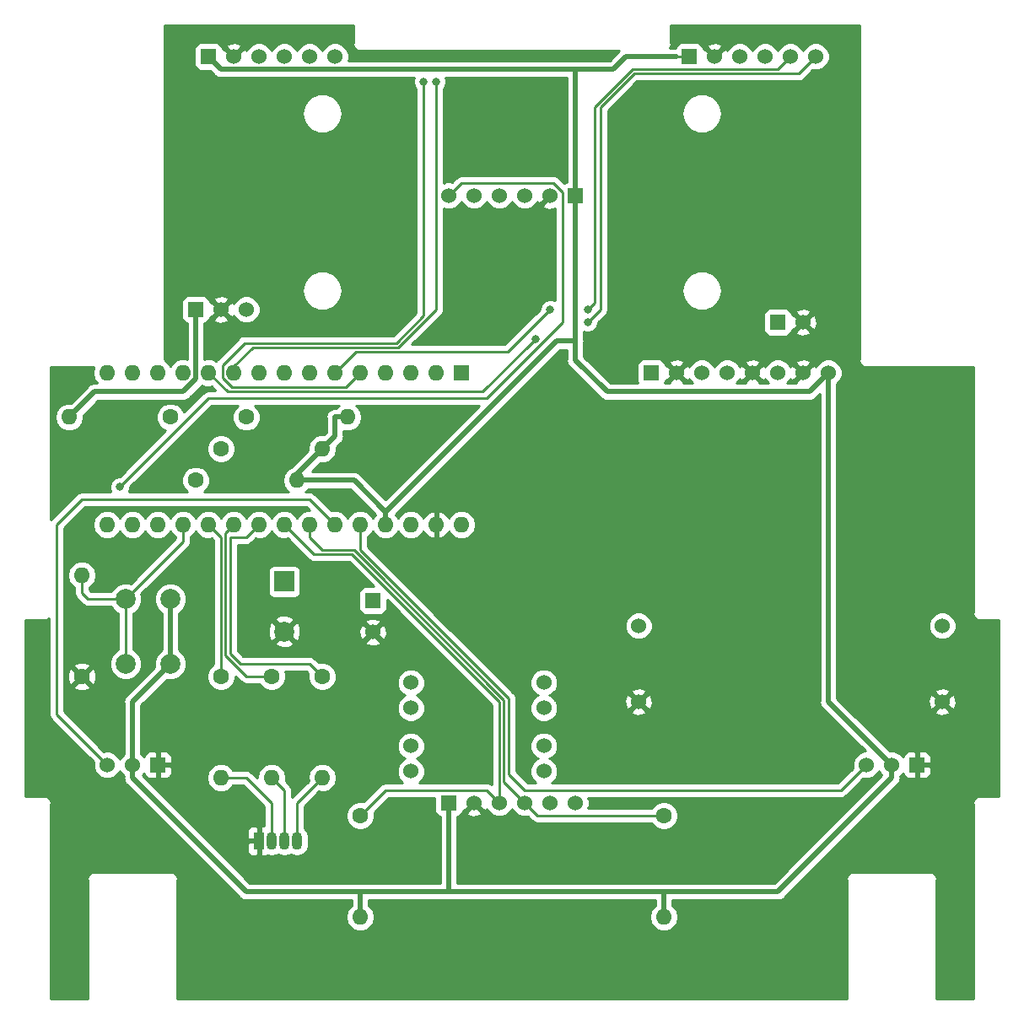
<source format=gtl>
G04 #@! TF.GenerationSoftware,KiCad,Pcbnew,(5.0.2)-1*
G04 #@! TF.CreationDate,2019-01-31T21:33:12+01:00*
G04 #@! TF.ProjectId,bigmax,6269676d-6178-42e6-9b69-6361645f7063,v1*
G04 #@! TF.SameCoordinates,Original*
G04 #@! TF.FileFunction,Copper,L1,Top*
G04 #@! TF.FilePolarity,Positive*
%FSLAX46Y46*%
G04 Gerber Fmt 4.6, Leading zero omitted, Abs format (unit mm)*
G04 Created by KiCad (PCBNEW (5.0.2)-1) date 31/01/2019 21:33:12*
%MOMM*%
%LPD*%
G01*
G04 APERTURE LIST*
G04 #@! TA.AperFunction,ComponentPad*
%ADD10C,1.524000*%
G04 #@! TD*
G04 #@! TA.AperFunction,ComponentPad*
%ADD11R,1.524000X1.524000*%
G04 #@! TD*
G04 #@! TA.AperFunction,ComponentPad*
%ADD12O,1.070000X1.800000*%
G04 #@! TD*
G04 #@! TA.AperFunction,ComponentPad*
%ADD13R,1.070000X1.800000*%
G04 #@! TD*
G04 #@! TA.AperFunction,ComponentPad*
%ADD14C,1.600000*%
G04 #@! TD*
G04 #@! TA.AperFunction,ComponentPad*
%ADD15O,1.600000X1.600000*%
G04 #@! TD*
G04 #@! TA.AperFunction,ComponentPad*
%ADD16C,2.000000*%
G04 #@! TD*
G04 #@! TA.AperFunction,ComponentPad*
%ADD17R,1.600000X1.600000*%
G04 #@! TD*
G04 #@! TA.AperFunction,ComponentPad*
%ADD18R,2.000000X2.000000*%
G04 #@! TD*
G04 #@! TA.AperFunction,ViaPad*
%ADD19C,0.800000*%
G04 #@! TD*
G04 #@! TA.AperFunction,Conductor*
%ADD20C,0.250000*%
G04 #@! TD*
G04 #@! TA.AperFunction,Conductor*
%ADD21C,0.500000*%
G04 #@! TD*
G04 #@! TA.AperFunction,Conductor*
%ADD22C,0.254000*%
G04 #@! TD*
G04 APERTURE END LIST*
D10*
G04 #@! TO.P,U6,1*
G04 #@! TO.N,+BATT*
X193040000Y-111760000D03*
G04 #@! TO.P,U6,3*
G04 #@! TO.N,+6V*
X162560000Y-111760000D03*
G04 #@! TO.P,U6,2*
G04 #@! TO.N,GND*
X193040000Y-119380000D03*
G04 #@! TO.P,U6,4*
X162560000Y-119380000D03*
G04 #@! TD*
D11*
G04 #@! TO.P,U10,1*
G04 #@! TO.N,+BATT*
X176530000Y-81280000D03*
D10*
G04 #@! TO.P,U10,2*
G04 #@! TO.N,GND*
X179070000Y-81280000D03*
G04 #@! TD*
D11*
G04 #@! TO.P,U9,1*
G04 #@! TO.N,+6V*
X135890000Y-109220000D03*
D10*
G04 #@! TO.P,U9,2*
G04 #@! TO.N,GND*
X135890000Y-112395000D03*
G04 #@! TO.P,U9,3*
G04 #@! TO.N,/in1*
X139700000Y-117475000D03*
G04 #@! TO.P,U9,4*
G04 #@! TO.N,/in2*
X139700000Y-120015000D03*
G04 #@! TO.P,U9,5*
G04 #@! TO.N,/in3*
X139700000Y-123825000D03*
G04 #@! TO.P,U9,6*
G04 #@! TO.N,/in4*
X139700000Y-126365000D03*
G04 #@! TO.P,U9,7*
G04 #@! TO.N,/M1*
X153035000Y-117475000D03*
G04 #@! TO.P,U9,8*
G04 #@! TO.N,/M2*
X153035000Y-120015000D03*
G04 #@! TO.P,U9,9*
G04 #@! TO.N,/M3*
X153035000Y-123825000D03*
G04 #@! TO.P,U9,10*
G04 #@! TO.N,/M4*
X153035000Y-126365000D03*
G04 #@! TD*
G04 #@! TO.P,U4,6*
G04 #@! TO.N,/c2_b*
X180340000Y-54610000D03*
G04 #@! TO.P,U4,5*
G04 #@! TO.N,/c1_b*
X177800000Y-54610000D03*
G04 #@! TO.P,U4,4*
G04 #@! TO.N,/M4*
X175260000Y-54610000D03*
G04 #@! TO.P,U4,3*
G04 #@! TO.N,/M3*
X172720000Y-54610000D03*
G04 #@! TO.P,U4,2*
G04 #@! TO.N,GND*
X170180000Y-54610000D03*
D11*
G04 #@! TO.P,U4,1*
G04 #@! TO.N,VCC*
X167640000Y-54610000D03*
G04 #@! TD*
D10*
G04 #@! TO.P,U8,6*
G04 #@! TO.N,/XSHUT_b*
X143510000Y-68580000D03*
G04 #@! TO.P,U8,5*
G04 #@! TO.N,Net-(U8-Pad5)*
X146050000Y-68580000D03*
G04 #@! TO.P,U8,4*
G04 #@! TO.N,/scl*
X148590000Y-68580000D03*
G04 #@! TO.P,U8,3*
G04 #@! TO.N,/sda*
X151130000Y-68580000D03*
G04 #@! TO.P,U8,2*
G04 #@! TO.N,GND*
X153670000Y-68580000D03*
D11*
G04 #@! TO.P,U8,1*
G04 #@! TO.N,VCC*
X156210000Y-68580000D03*
G04 #@! TD*
D12*
G04 #@! TO.P,D1,4*
G04 #@! TO.N,Net-(D1-Pad4)*
X128270000Y-133350000D03*
G04 #@! TO.P,D1,3*
G04 #@! TO.N,Net-(D1-Pad3)*
X127000000Y-133350000D03*
G04 #@! TO.P,D1,2*
G04 #@! TO.N,Net-(D1-Pad2)*
X125730000Y-133350000D03*
D13*
G04 #@! TO.P,D1,1*
G04 #@! TO.N,GND*
X124460000Y-133350000D03*
G04 #@! TD*
D14*
G04 #@! TO.P,R1,1*
G04 #@! TO.N,Net-(A1-Pad22)*
X130810000Y-116840000D03*
D15*
G04 #@! TO.P,R1,2*
G04 #@! TO.N,Net-(D1-Pad4)*
X130810000Y-127000000D03*
G04 #@! TD*
G04 #@! TO.P,R2,2*
G04 #@! TO.N,Net-(D1-Pad3)*
X125730000Y-127000000D03*
D14*
G04 #@! TO.P,R2,1*
G04 #@! TO.N,Net-(A1-Pad21)*
X125730000Y-116840000D03*
G04 #@! TD*
G04 #@! TO.P,R3,1*
G04 #@! TO.N,GND*
X106680000Y-116840000D03*
D15*
G04 #@! TO.P,R3,2*
G04 #@! TO.N,Net-(A1-Pad19)*
X106680000Y-106680000D03*
G04 #@! TD*
G04 #@! TO.P,R4,2*
G04 #@! TO.N,Net-(D1-Pad2)*
X120650000Y-127000000D03*
D14*
G04 #@! TO.P,R4,1*
G04 #@! TO.N,Net-(A1-Pad20)*
X120650000Y-116840000D03*
G04 #@! TD*
D16*
G04 #@! TO.P,SW1,1*
G04 #@! TO.N,VCC*
X115570000Y-115570000D03*
G04 #@! TO.P,SW1,2*
G04 #@! TO.N,Net-(A1-Pad19)*
X111070000Y-115570000D03*
G04 #@! TO.P,SW1,1*
G04 #@! TO.N,VCC*
X115570000Y-109070000D03*
G04 #@! TO.P,SW1,2*
G04 #@! TO.N,Net-(A1-Pad19)*
X111070000Y-109070000D03*
G04 #@! TD*
D10*
G04 #@! TO.P,U1,2*
G04 #@! TO.N,VCC*
X111760000Y-125730000D03*
G04 #@! TO.P,U1,3*
G04 #@! TO.N,/out_a*
X109220000Y-125730000D03*
D11*
G04 #@! TO.P,U1,1*
G04 #@! TO.N,GND*
X114300000Y-125730000D03*
G04 #@! TD*
G04 #@! TO.P,U2,1*
G04 #@! TO.N,GND*
X190500000Y-125730000D03*
D10*
G04 #@! TO.P,U2,3*
G04 #@! TO.N,/out_b*
X185420000Y-125730000D03*
G04 #@! TO.P,U2,2*
G04 #@! TO.N,VCC*
X187960000Y-125730000D03*
G04 #@! TD*
D11*
G04 #@! TO.P,U3,1*
G04 #@! TO.N,VCC*
X119380000Y-54610000D03*
D10*
G04 #@! TO.P,U3,2*
G04 #@! TO.N,GND*
X121920000Y-54610000D03*
G04 #@! TO.P,U3,3*
G04 #@! TO.N,/M1*
X124460000Y-54610000D03*
G04 #@! TO.P,U3,4*
G04 #@! TO.N,/M2*
X127000000Y-54610000D03*
G04 #@! TO.P,U3,5*
G04 #@! TO.N,/c1_a*
X129540000Y-54610000D03*
G04 #@! TO.P,U3,6*
G04 #@! TO.N,/c2_a*
X132080000Y-54610000D03*
G04 #@! TD*
D11*
G04 #@! TO.P,U5,1*
G04 #@! TO.N,Net-(U5-Pad1)*
X163830000Y-86360000D03*
D10*
G04 #@! TO.P,U5,2*
G04 #@! TO.N,GND*
X166370000Y-86360000D03*
G04 #@! TO.P,U5,3*
G04 #@! TO.N,+BATT*
X168910000Y-86360000D03*
G04 #@! TO.P,U5,4*
G04 #@! TO.N,Net-(U5-Pad4)*
X171450000Y-86360000D03*
G04 #@! TO.P,U5,5*
G04 #@! TO.N,GND*
X173990000Y-86360000D03*
G04 #@! TO.P,U5,6*
G04 #@! TO.N,Net-(U5-Pad6)*
X176530000Y-86360000D03*
G04 #@! TO.P,U5,7*
G04 #@! TO.N,GND*
X179070000Y-86360000D03*
G04 #@! TO.P,U5,8*
G04 #@! TO.N,VCC*
X181610000Y-86360000D03*
G04 #@! TD*
D11*
G04 #@! TO.P,U7,1*
G04 #@! TO.N,VCC*
X143510000Y-129540000D03*
D10*
G04 #@! TO.P,U7,2*
G04 #@! TO.N,GND*
X146050000Y-129540000D03*
G04 #@! TO.P,U7,3*
G04 #@! TO.N,/sda*
X148590000Y-129540000D03*
G04 #@! TO.P,U7,4*
G04 #@! TO.N,/scl*
X151130000Y-129540000D03*
G04 #@! TO.P,U7,5*
G04 #@! TO.N,Net-(U7-Pad5)*
X153670000Y-129540000D03*
G04 #@! TO.P,U7,6*
G04 #@! TO.N,/XSHUT_a*
X156210000Y-129540000D03*
G04 #@! TD*
D14*
G04 #@! TO.P,R5,1*
G04 #@! TO.N,/scl*
X165100000Y-130810000D03*
D15*
G04 #@! TO.P,R5,2*
G04 #@! TO.N,VCC*
X165100000Y-140970000D03*
G04 #@! TD*
G04 #@! TO.P,R6,2*
G04 #@! TO.N,VCC*
X134620000Y-140970000D03*
D14*
G04 #@! TO.P,R6,1*
G04 #@! TO.N,/sda*
X134620000Y-130810000D03*
G04 #@! TD*
D15*
G04 #@! TO.P,A1,16*
G04 #@! TO.N,/XSHUT_b*
X109220000Y-101600000D03*
G04 #@! TO.P,A1,15*
G04 #@! TO.N,/XSHUT_a*
X109220000Y-86360000D03*
G04 #@! TO.P,A1,30*
G04 #@! TO.N,Net-(A1-Pad30)*
X144780000Y-101600000D03*
G04 #@! TO.P,A1,14*
G04 #@! TO.N,/in4*
X111760000Y-86360000D03*
G04 #@! TO.P,A1,29*
G04 #@! TO.N,GND*
X142240000Y-101600000D03*
G04 #@! TO.P,A1,13*
G04 #@! TO.N,/in3*
X114300000Y-86360000D03*
G04 #@! TO.P,A1,28*
G04 #@! TO.N,Net-(A1-Pad28)*
X139700000Y-101600000D03*
G04 #@! TO.P,A1,12*
G04 #@! TO.N,/in2*
X116840000Y-86360000D03*
G04 #@! TO.P,A1,27*
G04 #@! TO.N,VCC*
X137160000Y-101600000D03*
G04 #@! TO.P,A1,11*
G04 #@! TO.N,/c2_b*
X119380000Y-86360000D03*
G04 #@! TO.P,A1,26*
G04 #@! TO.N,/out_b*
X134620000Y-101600000D03*
G04 #@! TO.P,A1,10*
G04 #@! TO.N,/c2_a*
X121920000Y-86360000D03*
G04 #@! TO.P,A1,25*
G04 #@! TO.N,/out_a*
X132080000Y-101600000D03*
G04 #@! TO.P,A1,9*
G04 #@! TO.N,/in1*
X124460000Y-86360000D03*
G04 #@! TO.P,A1,24*
G04 #@! TO.N,/scl*
X129540000Y-101600000D03*
G04 #@! TO.P,A1,8*
G04 #@! TO.N,Net-(A1-Pad8)*
X127000000Y-86360000D03*
G04 #@! TO.P,A1,23*
G04 #@! TO.N,/sda*
X127000000Y-101600000D03*
G04 #@! TO.P,A1,7*
G04 #@! TO.N,Net-(A1-Pad7)*
X129540000Y-86360000D03*
G04 #@! TO.P,A1,22*
G04 #@! TO.N,Net-(A1-Pad22)*
X124460000Y-101600000D03*
G04 #@! TO.P,A1,6*
G04 #@! TO.N,/c1_b*
X132080000Y-86360000D03*
G04 #@! TO.P,A1,21*
G04 #@! TO.N,Net-(A1-Pad21)*
X121920000Y-101600000D03*
G04 #@! TO.P,A1,5*
G04 #@! TO.N,/c1_a*
X134620000Y-86360000D03*
G04 #@! TO.P,A1,20*
G04 #@! TO.N,Net-(A1-Pad20)*
X119380000Y-101600000D03*
G04 #@! TO.P,A1,4*
G04 #@! TO.N,GND*
X137160000Y-86360000D03*
G04 #@! TO.P,A1,19*
G04 #@! TO.N,Net-(A1-Pad19)*
X116840000Y-101600000D03*
G04 #@! TO.P,A1,3*
G04 #@! TO.N,Net-(A1-Pad3)*
X139700000Y-86360000D03*
G04 #@! TO.P,A1,18*
G04 #@! TO.N,Net-(A1-Pad18)*
X114300000Y-101600000D03*
G04 #@! TO.P,A1,2*
G04 #@! TO.N,Net-(A1-Pad2)*
X142240000Y-86360000D03*
G04 #@! TO.P,A1,17*
G04 #@! TO.N,Net-(A1-Pad17)*
X111760000Y-101600000D03*
D17*
G04 #@! TO.P,A1,1*
G04 #@! TO.N,Net-(A1-Pad1)*
X144780000Y-86360000D03*
G04 #@! TD*
D18*
G04 #@! TO.P,C1,1*
G04 #@! TO.N,+6V*
X127000000Y-107315000D03*
D16*
G04 #@! TO.P,C1,2*
G04 #@! TO.N,GND*
X127000000Y-112315000D03*
G04 #@! TD*
D15*
G04 #@! TO.P,R7,2*
G04 #@! TO.N,VCC*
X133350000Y-90805000D03*
D14*
G04 #@! TO.P,R7,1*
G04 #@! TO.N,/in1*
X123190000Y-90805000D03*
G04 #@! TD*
G04 #@! TO.P,R8,1*
G04 #@! TO.N,/in2*
X120650000Y-93980000D03*
D15*
G04 #@! TO.P,R8,2*
G04 #@! TO.N,VCC*
X130810000Y-93980000D03*
G04 #@! TD*
G04 #@! TO.P,R9,2*
G04 #@! TO.N,VCC*
X128270000Y-97155000D03*
D14*
G04 #@! TO.P,R9,1*
G04 #@! TO.N,/in3*
X118110000Y-97155000D03*
G04 #@! TD*
D15*
G04 #@! TO.P,R10,2*
G04 #@! TO.N,VCC*
X105410000Y-90805000D03*
D14*
G04 #@! TO.P,R10,1*
G04 #@! TO.N,/in4*
X115570000Y-90805000D03*
G04 #@! TD*
D11*
G04 #@! TO.P,U11,1*
G04 #@! TO.N,VCC*
X118110000Y-80010000D03*
D10*
G04 #@! TO.P,U11,2*
G04 #@! TO.N,GND*
X120650000Y-80010000D03*
G04 #@! TO.P,U11,3*
G04 #@! TO.N,Net-(A1-Pad7)*
X123190000Y-80010000D03*
G04 #@! TD*
D19*
G04 #@! TO.N,/XSHUT_b*
X110490000Y-97790000D03*
G04 #@! TO.N,/c2_b*
X157480000Y-81280000D03*
X152204840Y-82989840D03*
G04 #@! TO.N,/c2_a*
X142240000Y-57150000D03*
G04 #@! TO.N,/c1_b*
X157480000Y-80010000D03*
X153670000Y-80010000D03*
G04 #@! TO.N,/c1_a*
X140970000Y-57150000D03*
G04 #@! TO.N,GND*
X109220000Y-121920000D03*
X125730000Y-93980000D03*
X121920000Y-97155000D03*
X119380000Y-91440000D03*
X116840000Y-94615000D03*
X114300000Y-97155000D03*
X144780000Y-73660000D03*
X120650000Y-62865000D03*
X134620000Y-62865000D03*
X120650000Y-75565000D03*
X134620000Y-75565000D03*
X166370000Y-62865000D03*
X166370000Y-75565000D03*
X180340000Y-75565000D03*
X180340000Y-62865000D03*
X148590000Y-93980000D03*
X148590000Y-111760000D03*
X194310000Y-93980000D03*
X194310000Y-105410000D03*
X166370000Y-105410000D03*
X105410000Y-144780000D03*
X166370000Y-144780000D03*
X180340000Y-144780000D03*
X180340000Y-132080000D03*
X194310000Y-144780000D03*
X180340000Y-118110000D03*
X148590000Y-63500000D03*
X135890000Y-92075000D03*
X148590000Y-79375000D03*
X125730000Y-121920000D03*
X166370000Y-132080000D03*
X180340000Y-105410000D03*
X180340000Y-93980000D03*
X135890000Y-121920000D03*
X166370000Y-93980000D03*
X194310000Y-132080000D03*
X194310000Y-118110000D03*
X148590000Y-132080000D03*
X105410000Y-132080000D03*
X109220000Y-111760000D03*
X148590000Y-105410000D03*
X148590000Y-54610000D03*
X165383963Y-117893939D03*
X154940000Y-57119979D03*
X148590000Y-144780000D03*
X125730000Y-144780000D03*
X118745000Y-105410000D03*
X109855000Y-93980000D03*
X133350000Y-99695000D03*
X138430000Y-95885000D03*
X114300000Y-92075000D03*
G04 #@! TD*
D20*
G04 #@! TO.N,/XSHUT_b*
X119380000Y-88900000D02*
X110889999Y-97390001D01*
X110889999Y-97390001D02*
X110490000Y-97790000D01*
X147320000Y-88900000D02*
X119380000Y-88900000D01*
X154940000Y-68241238D02*
X154940000Y-81280000D01*
X144780000Y-67310000D02*
X154008762Y-67310000D01*
X143510000Y-68580000D02*
X144780000Y-67310000D01*
X154940000Y-81280000D02*
X147320000Y-88900000D01*
X154008762Y-67310000D02*
X154940000Y-68241238D01*
D21*
G04 #@! TO.N,VCC*
X181610000Y-119380000D02*
X187960000Y-125730000D01*
X181610000Y-86360000D02*
X181610000Y-119380000D01*
X111760000Y-119380000D02*
X115570000Y-115570000D01*
X111760000Y-125730000D02*
X111760000Y-119380000D01*
X115570000Y-115570000D02*
X115570000Y-109070000D01*
X156210000Y-68580000D02*
X156210000Y-57150000D01*
X156210000Y-57150000D02*
X156210000Y-55880000D01*
D20*
X166370000Y-54610000D02*
X167640000Y-54610000D01*
D21*
X165100000Y-140970000D02*
X165100000Y-138430000D01*
X120650000Y-55880000D02*
X119380000Y-54610000D01*
X160020000Y-55880000D02*
X120650000Y-55880000D01*
X166370000Y-54610000D02*
X161290000Y-54610000D01*
X161290000Y-54610000D02*
X160020000Y-55880000D01*
X134620000Y-140970000D02*
X134620000Y-138430000D01*
X143510000Y-129540000D02*
X143510000Y-138430000D01*
X133350000Y-90805000D02*
X132080000Y-90805000D01*
X132080000Y-92710000D02*
X130810000Y-93980000D01*
X128270000Y-96520000D02*
X128270000Y-97155000D01*
X130810000Y-93980000D02*
X128270000Y-96520000D01*
X132080000Y-90805000D02*
X132080000Y-92710000D01*
X106209999Y-90005001D02*
X105410000Y-90805000D01*
X107950000Y-88265000D02*
X106209999Y-90005001D01*
X116840000Y-88265000D02*
X107950000Y-88265000D01*
X118110000Y-80010000D02*
X118110000Y-86995000D01*
X118110000Y-86995000D02*
X116840000Y-88265000D01*
X179705000Y-88265000D02*
X181610000Y-86360000D01*
X159385000Y-88265000D02*
X179705000Y-88265000D01*
X156210000Y-83820000D02*
X156210000Y-85090000D01*
X156210000Y-85090000D02*
X159385000Y-88265000D01*
X137160000Y-101600000D02*
X137160000Y-100330000D01*
X129401370Y-97155000D02*
X128270000Y-97155000D01*
X137160000Y-100330000D02*
X133985000Y-97155000D01*
X133985000Y-97155000D02*
X129401370Y-97155000D01*
X156210000Y-83820000D02*
X156210000Y-68580000D01*
X154305000Y-83185000D02*
X156210000Y-83185000D01*
X137160000Y-100330000D02*
X154305000Y-83185000D01*
X165100000Y-138430000D02*
X134620000Y-138430000D01*
X111760000Y-127000000D02*
X111760000Y-125730000D01*
X134620000Y-138430000D02*
X123190000Y-138430000D01*
X123190000Y-138430000D02*
X111760000Y-127000000D01*
X176530000Y-138430000D02*
X165100000Y-138430000D01*
X187960000Y-125730000D02*
X187960000Y-127000000D01*
X187960000Y-127000000D02*
X176530000Y-138430000D01*
D20*
G04 #@! TO.N,/c2_b*
X178619991Y-56330009D02*
X180340000Y-54610000D01*
X162109991Y-56330009D02*
X178619991Y-56330009D01*
X158750000Y-59690000D02*
X162109991Y-56330009D01*
X157480000Y-81280000D02*
X158750000Y-80010000D01*
X158750000Y-80010000D02*
X158750000Y-59690000D01*
X146929680Y-88265000D02*
X151804841Y-83389839D01*
X121285000Y-88265000D02*
X146929680Y-88265000D01*
X151804841Y-83389839D02*
X152204840Y-82989840D01*
X119380000Y-86360000D02*
X121285000Y-88265000D01*
G04 #@! TO.N,/out_b*
X182880000Y-128270000D02*
X185420000Y-125730000D01*
X151130000Y-128270000D02*
X182880000Y-128270000D01*
X149494002Y-126634002D02*
X151130000Y-128270000D01*
X149494002Y-119014002D02*
X149494002Y-126634002D01*
X134620000Y-101600000D02*
X134620000Y-104140000D01*
X134620000Y-104140000D02*
X149494002Y-119014002D01*
G04 #@! TO.N,/c2_a*
X142240000Y-57715685D02*
X142240000Y-57150000D01*
X142240000Y-80010000D02*
X142240000Y-57715685D01*
X138430000Y-83820000D02*
X142240000Y-80010000D01*
X123825000Y-83820000D02*
X138430000Y-83820000D01*
X121920000Y-86360000D02*
X121920000Y-85725000D01*
X121920000Y-85725000D02*
X123825000Y-83820000D01*
G04 #@! TO.N,/out_a*
X109220000Y-125730000D02*
X104140000Y-120650000D01*
X104140000Y-120650000D02*
X104140000Y-101600000D01*
X104140000Y-101600000D02*
X106680000Y-99060000D01*
X106680000Y-99060000D02*
X129540000Y-99060000D01*
X129540000Y-99060000D02*
X132080000Y-101600000D01*
G04 #@! TO.N,/scl*
X152400000Y-130810000D02*
X151130000Y-129540000D01*
X165100000Y-130810000D02*
X152400000Y-130810000D01*
X149040010Y-127450010D02*
X150368001Y-128778001D01*
X129540000Y-102870000D02*
X130810000Y-104140000D01*
X130810000Y-104140000D02*
X133983590Y-104140000D01*
X133983590Y-104140000D02*
X135439989Y-105596400D01*
X150368001Y-128778001D02*
X151130000Y-129540000D01*
X135439989Y-105596400D02*
X149040010Y-119196421D01*
X129540000Y-101600000D02*
X129540000Y-102870000D01*
X149040010Y-119196421D02*
X149040010Y-127450010D01*
G04 #@! TO.N,/sda*
X148590000Y-119382821D02*
X133797190Y-104590011D01*
X148590000Y-129540000D02*
X148590000Y-119382821D01*
X147828001Y-128778001D02*
X148590000Y-129540000D01*
X147320000Y-128270000D02*
X147828001Y-128778001D01*
X134620000Y-130810000D02*
X137160000Y-128270000D01*
X137160000Y-128270000D02*
X147320000Y-128270000D01*
X133797190Y-104590011D02*
X129990011Y-104590011D01*
X129990011Y-104590011D02*
X127799999Y-102399999D01*
X127799999Y-102399999D02*
X127000000Y-101600000D01*
G04 #@! TO.N,Net-(A1-Pad22)*
X130810000Y-116840000D02*
X129540000Y-115570000D01*
X129540000Y-115570000D02*
X122556410Y-115570000D01*
X122556410Y-115570000D02*
X121550020Y-114563610D01*
X121550020Y-114563610D02*
X121550020Y-102870000D01*
X123190000Y-102870000D02*
X124460000Y-101600000D01*
X121550020Y-102870000D02*
X123190000Y-102870000D01*
G04 #@! TO.N,/c1_b*
X176530002Y-55879998D02*
X177800000Y-54610000D01*
X161923591Y-55879998D02*
X176530002Y-55879998D01*
X158115000Y-59688589D02*
X161923591Y-55879998D01*
X157480000Y-80010000D02*
X158115000Y-79375000D01*
X158115000Y-79375000D02*
X158115000Y-59688589D01*
X153270001Y-80409999D02*
X153670000Y-80010000D01*
X149409989Y-84270011D02*
X153270001Y-80409999D01*
X134169989Y-84270011D02*
X149409989Y-84270011D01*
X132080000Y-86360000D02*
X134169989Y-84270011D01*
G04 #@! TO.N,Net-(A1-Pad21)*
X121100010Y-114750010D02*
X121100010Y-102419990D01*
X125730000Y-116840000D02*
X123190000Y-116840000D01*
X123190000Y-116840000D02*
X121100010Y-114750010D01*
X121920000Y-101600000D02*
X121100010Y-102419990D01*
G04 #@! TO.N,/c1_a*
X140970000Y-57715685D02*
X140970000Y-57150000D01*
X138243600Y-83369990D02*
X140970000Y-80643590D01*
X133165011Y-87814989D02*
X121709987Y-87814989D01*
X134620000Y-86360000D02*
X133165011Y-87814989D01*
X121709987Y-87814989D02*
X120794999Y-86900001D01*
X120794999Y-86900001D02*
X120794999Y-85580001D01*
X140970000Y-80643590D02*
X140970000Y-57715685D01*
X120794999Y-85580001D02*
X123005010Y-83369990D01*
X123005010Y-83369990D02*
X138243600Y-83369990D01*
G04 #@! TO.N,Net-(A1-Pad20)*
X120650000Y-102870000D02*
X119380000Y-101600000D01*
X120650000Y-116840000D02*
X120650000Y-102870000D01*
G04 #@! TO.N,Net-(A1-Pad19)*
X111070000Y-115570000D02*
X111070000Y-109070000D01*
X111070000Y-109070000D02*
X116840000Y-103300000D01*
X116840000Y-103300000D02*
X116840000Y-101600000D01*
X107292000Y-109070000D02*
X111070000Y-109070000D01*
X106680000Y-106680000D02*
X106680000Y-108458000D01*
X106680000Y-108458000D02*
X107292000Y-109070000D01*
G04 #@! TO.N,Net-(D1-Pad4)*
X128270000Y-133350000D02*
X128270000Y-129540000D01*
X128270000Y-129540000D02*
X130810000Y-127000000D01*
G04 #@! TO.N,Net-(D1-Pad3)*
X127000000Y-133350000D02*
X127000000Y-128270000D01*
X127000000Y-128270000D02*
X125730000Y-127000000D01*
G04 #@! TO.N,Net-(D1-Pad2)*
X123190000Y-127000000D02*
X125730000Y-129540000D01*
X120650000Y-127000000D02*
X123190000Y-127000000D01*
X125730000Y-129540000D02*
X125730000Y-133350000D01*
G04 #@! TD*
D22*
G04 #@! TO.N,GND*
G36*
X184710001Y-85020069D02*
X184696091Y-85090000D01*
X184751195Y-85367028D01*
X184908119Y-85601881D01*
X185142972Y-85758805D01*
X185350074Y-85800000D01*
X185350075Y-85800000D01*
X185420000Y-85813909D01*
X185489926Y-85800000D01*
X196140000Y-85800000D01*
X196140001Y-110420069D01*
X196126091Y-110490000D01*
X196181195Y-110767028D01*
X196338119Y-111001881D01*
X196572972Y-111158805D01*
X196780074Y-111200000D01*
X196780075Y-111200000D01*
X196850000Y-111213909D01*
X196919926Y-111200000D01*
X198680000Y-111200000D01*
X198680001Y-128830000D01*
X196919925Y-128830000D01*
X196850000Y-128816091D01*
X196780074Y-128830000D01*
X196572972Y-128871195D01*
X196338119Y-129028119D01*
X196181195Y-129262972D01*
X196126091Y-129540000D01*
X196140000Y-129609925D01*
X196140001Y-149150000D01*
X192480000Y-149150000D01*
X192480000Y-137229926D01*
X192493909Y-137160000D01*
X192438805Y-136882972D01*
X192281881Y-136648119D01*
X192047028Y-136491195D01*
X191839926Y-136450000D01*
X191770000Y-136436091D01*
X191700075Y-136450000D01*
X184219925Y-136450000D01*
X184150000Y-136436091D01*
X184080074Y-136450000D01*
X183872972Y-136491195D01*
X183638119Y-136648119D01*
X183481195Y-136882972D01*
X183426091Y-137160000D01*
X183440000Y-137229926D01*
X183440001Y-149150000D01*
X116280000Y-149150000D01*
X116280000Y-137229926D01*
X116293909Y-137160000D01*
X116238805Y-136882972D01*
X116081881Y-136648119D01*
X115847028Y-136491195D01*
X115639926Y-136450000D01*
X115639925Y-136450000D01*
X115570000Y-136436091D01*
X115500074Y-136450000D01*
X108019926Y-136450000D01*
X107950000Y-136436091D01*
X107880075Y-136450000D01*
X107880074Y-136450000D01*
X107672972Y-136491195D01*
X107438119Y-136648119D01*
X107281195Y-136882972D01*
X107226091Y-137160000D01*
X107240001Y-137229931D01*
X107240000Y-149150000D01*
X103580000Y-149150000D01*
X103580000Y-129609925D01*
X103593909Y-129540000D01*
X103538805Y-129262972D01*
X103381881Y-129028119D01*
X103147028Y-128871195D01*
X102939926Y-128830000D01*
X102939925Y-128830000D01*
X102870000Y-128816091D01*
X102800074Y-128830000D01*
X101040000Y-128830000D01*
X101040000Y-111200000D01*
X102800075Y-111200000D01*
X102870000Y-111213909D01*
X103077661Y-111172603D01*
X103147028Y-111158805D01*
X103380001Y-111003138D01*
X103380000Y-120575153D01*
X103365112Y-120650000D01*
X103380000Y-120724847D01*
X103380000Y-120724851D01*
X103424096Y-120946536D01*
X103592071Y-121197929D01*
X103655530Y-121240331D01*
X107835980Y-125420782D01*
X107823000Y-125452119D01*
X107823000Y-126007881D01*
X108035680Y-126521337D01*
X108428663Y-126914320D01*
X108942119Y-127127000D01*
X109497881Y-127127000D01*
X110011337Y-126914320D01*
X110404320Y-126521337D01*
X110490000Y-126314487D01*
X110575680Y-126521337D01*
X110875000Y-126820657D01*
X110875000Y-126912839D01*
X110857663Y-127000000D01*
X110875000Y-127087161D01*
X110875000Y-127087164D01*
X110926348Y-127345309D01*
X111121951Y-127638049D01*
X111195847Y-127687425D01*
X122502577Y-138994156D01*
X122551951Y-139068049D01*
X122625844Y-139117423D01*
X122625845Y-139117424D01*
X122844690Y-139263652D01*
X123102835Y-139315000D01*
X123102838Y-139315000D01*
X123189999Y-139332337D01*
X123277160Y-139315000D01*
X133735001Y-139315000D01*
X133735000Y-139835479D01*
X133585423Y-139935423D01*
X133268260Y-140410091D01*
X133156887Y-140970000D01*
X133268260Y-141529909D01*
X133585423Y-142004577D01*
X134060091Y-142321740D01*
X134478667Y-142405000D01*
X134761333Y-142405000D01*
X135179909Y-142321740D01*
X135654577Y-142004577D01*
X135971740Y-141529909D01*
X136083113Y-140970000D01*
X135971740Y-140410091D01*
X135654577Y-139935423D01*
X135505000Y-139835479D01*
X135505000Y-139315000D01*
X143422836Y-139315000D01*
X143510000Y-139332338D01*
X143597165Y-139315000D01*
X164215001Y-139315000D01*
X164215000Y-139835479D01*
X164065423Y-139935423D01*
X163748260Y-140410091D01*
X163636887Y-140970000D01*
X163748260Y-141529909D01*
X164065423Y-142004577D01*
X164540091Y-142321740D01*
X164958667Y-142405000D01*
X165241333Y-142405000D01*
X165659909Y-142321740D01*
X166134577Y-142004577D01*
X166451740Y-141529909D01*
X166563113Y-140970000D01*
X166451740Y-140410091D01*
X166134577Y-139935423D01*
X165985000Y-139835479D01*
X165985000Y-139315000D01*
X176442839Y-139315000D01*
X176530000Y-139332337D01*
X176617161Y-139315000D01*
X176617165Y-139315000D01*
X176875310Y-139263652D01*
X177168049Y-139068049D01*
X177217425Y-138994153D01*
X188524156Y-127687423D01*
X188598049Y-127638049D01*
X188647425Y-127564154D01*
X188793652Y-127345310D01*
X188803353Y-127296538D01*
X188845000Y-127087165D01*
X188845000Y-127087162D01*
X188862337Y-127000001D01*
X188845000Y-126912840D01*
X188845000Y-126820657D01*
X189103000Y-126562657D01*
X189103000Y-126618310D01*
X189199673Y-126851699D01*
X189378302Y-127030327D01*
X189611691Y-127127000D01*
X190214250Y-127127000D01*
X190373000Y-126968250D01*
X190373000Y-125857000D01*
X190627000Y-125857000D01*
X190627000Y-126968250D01*
X190785750Y-127127000D01*
X191388309Y-127127000D01*
X191621698Y-127030327D01*
X191800327Y-126851699D01*
X191897000Y-126618310D01*
X191897000Y-126015750D01*
X191738250Y-125857000D01*
X190627000Y-125857000D01*
X190373000Y-125857000D01*
X190353000Y-125857000D01*
X190353000Y-125603000D01*
X190373000Y-125603000D01*
X190373000Y-124491750D01*
X190627000Y-124491750D01*
X190627000Y-125603000D01*
X191738250Y-125603000D01*
X191897000Y-125444250D01*
X191897000Y-124841690D01*
X191800327Y-124608301D01*
X191621698Y-124429673D01*
X191388309Y-124333000D01*
X190785750Y-124333000D01*
X190627000Y-124491750D01*
X190373000Y-124491750D01*
X190214250Y-124333000D01*
X189611691Y-124333000D01*
X189378302Y-124429673D01*
X189199673Y-124608301D01*
X189103000Y-124841690D01*
X189103000Y-124897343D01*
X188751337Y-124545680D01*
X188237881Y-124333000D01*
X187814579Y-124333000D01*
X183841792Y-120360213D01*
X192239392Y-120360213D01*
X192308857Y-120602397D01*
X192832302Y-120789144D01*
X193387368Y-120761362D01*
X193771143Y-120602397D01*
X193840608Y-120360213D01*
X193040000Y-119559605D01*
X192239392Y-120360213D01*
X183841792Y-120360213D01*
X182653881Y-119172302D01*
X191630856Y-119172302D01*
X191658638Y-119727368D01*
X191817603Y-120111143D01*
X192059787Y-120180608D01*
X192860395Y-119380000D01*
X193219605Y-119380000D01*
X194020213Y-120180608D01*
X194262397Y-120111143D01*
X194449144Y-119587698D01*
X194421362Y-119032632D01*
X194262397Y-118648857D01*
X194020213Y-118579392D01*
X193219605Y-119380000D01*
X192860395Y-119380000D01*
X192059787Y-118579392D01*
X191817603Y-118648857D01*
X191630856Y-119172302D01*
X182653881Y-119172302D01*
X182495000Y-119013422D01*
X182495000Y-118399787D01*
X192239392Y-118399787D01*
X193040000Y-119200395D01*
X193840608Y-118399787D01*
X193771143Y-118157603D01*
X193247698Y-117970856D01*
X192692632Y-117998638D01*
X192308857Y-118157603D01*
X192239392Y-118399787D01*
X182495000Y-118399787D01*
X182495000Y-111482119D01*
X191643000Y-111482119D01*
X191643000Y-112037881D01*
X191855680Y-112551337D01*
X192248663Y-112944320D01*
X192762119Y-113157000D01*
X193317881Y-113157000D01*
X193831337Y-112944320D01*
X194224320Y-112551337D01*
X194437000Y-112037881D01*
X194437000Y-111482119D01*
X194224320Y-110968663D01*
X193831337Y-110575680D01*
X193317881Y-110363000D01*
X192762119Y-110363000D01*
X192248663Y-110575680D01*
X191855680Y-110968663D01*
X191643000Y-111482119D01*
X182495000Y-111482119D01*
X182495000Y-87450657D01*
X182794320Y-87151337D01*
X183007000Y-86637881D01*
X183007000Y-86082119D01*
X182794320Y-85568663D01*
X182401337Y-85175680D01*
X181887881Y-84963000D01*
X181332119Y-84963000D01*
X180818663Y-85175680D01*
X180425680Y-85568663D01*
X180346572Y-85759647D01*
X180292397Y-85628857D01*
X180050213Y-85559392D01*
X179249605Y-86360000D01*
X179263748Y-86374143D01*
X179084143Y-86553748D01*
X179070000Y-86539605D01*
X178269392Y-87340213D01*
X178280804Y-87380000D01*
X177485657Y-87380000D01*
X177714320Y-87151337D01*
X177793428Y-86960353D01*
X177847603Y-87091143D01*
X178089787Y-87160608D01*
X178890395Y-86360000D01*
X178089787Y-85559392D01*
X177847603Y-85628857D01*
X177797465Y-85769393D01*
X177714320Y-85568663D01*
X177525444Y-85379787D01*
X178269392Y-85379787D01*
X179070000Y-86180395D01*
X179870608Y-85379787D01*
X179801143Y-85137603D01*
X179277698Y-84950856D01*
X178722632Y-84978638D01*
X178338857Y-85137603D01*
X178269392Y-85379787D01*
X177525444Y-85379787D01*
X177321337Y-85175680D01*
X176807881Y-84963000D01*
X176252119Y-84963000D01*
X175738663Y-85175680D01*
X175345680Y-85568663D01*
X175266572Y-85759647D01*
X175212397Y-85628857D01*
X174970213Y-85559392D01*
X174169605Y-86360000D01*
X174970213Y-87160608D01*
X175212397Y-87091143D01*
X175262535Y-86950607D01*
X175345680Y-87151337D01*
X175574343Y-87380000D01*
X174779196Y-87380000D01*
X174790608Y-87340213D01*
X173990000Y-86539605D01*
X173189392Y-87340213D01*
X173200804Y-87380000D01*
X172405657Y-87380000D01*
X172634320Y-87151337D01*
X172713428Y-86960353D01*
X172767603Y-87091143D01*
X173009787Y-87160608D01*
X173810395Y-86360000D01*
X173009787Y-85559392D01*
X172767603Y-85628857D01*
X172717465Y-85769393D01*
X172634320Y-85568663D01*
X172445444Y-85379787D01*
X173189392Y-85379787D01*
X173990000Y-86180395D01*
X174790608Y-85379787D01*
X174721143Y-85137603D01*
X174197698Y-84950856D01*
X173642632Y-84978638D01*
X173258857Y-85137603D01*
X173189392Y-85379787D01*
X172445444Y-85379787D01*
X172241337Y-85175680D01*
X171727881Y-84963000D01*
X171172119Y-84963000D01*
X170658663Y-85175680D01*
X170265680Y-85568663D01*
X170180000Y-85775513D01*
X170094320Y-85568663D01*
X169701337Y-85175680D01*
X169187881Y-84963000D01*
X168632119Y-84963000D01*
X168118663Y-85175680D01*
X167725680Y-85568663D01*
X167646572Y-85759647D01*
X167592397Y-85628857D01*
X167350213Y-85559392D01*
X166549605Y-86360000D01*
X167350213Y-87160608D01*
X167592397Y-87091143D01*
X167642535Y-86950607D01*
X167725680Y-87151337D01*
X167954343Y-87380000D01*
X167159196Y-87380000D01*
X167170608Y-87340213D01*
X166370000Y-86539605D01*
X165569392Y-87340213D01*
X165580804Y-87380000D01*
X165183318Y-87380000D01*
X165190157Y-87369765D01*
X165239440Y-87122000D01*
X165239440Y-87117484D01*
X165389787Y-87160608D01*
X166190395Y-86360000D01*
X165389787Y-85559392D01*
X165239440Y-85602516D01*
X165239440Y-85598000D01*
X165196036Y-85379787D01*
X165569392Y-85379787D01*
X166370000Y-86180395D01*
X167170608Y-85379787D01*
X167101143Y-85137603D01*
X166577698Y-84950856D01*
X166022632Y-84978638D01*
X165638857Y-85137603D01*
X165569392Y-85379787D01*
X165196036Y-85379787D01*
X165190157Y-85350235D01*
X165049809Y-85140191D01*
X164839765Y-84999843D01*
X164592000Y-84950560D01*
X163068000Y-84950560D01*
X162820235Y-84999843D01*
X162610191Y-85140191D01*
X162469843Y-85350235D01*
X162420560Y-85598000D01*
X162420560Y-87122000D01*
X162469843Y-87369765D01*
X162476682Y-87380000D01*
X159751579Y-87380000D01*
X157095000Y-84723422D01*
X157095000Y-83272165D01*
X157112338Y-83185000D01*
X157095000Y-83097835D01*
X157095000Y-82240804D01*
X157274126Y-82315000D01*
X157685874Y-82315000D01*
X158066280Y-82157431D01*
X158357431Y-81866280D01*
X158515000Y-81485874D01*
X158515000Y-81319801D01*
X159234473Y-80600329D01*
X159297929Y-80557929D01*
X159324608Y-80518000D01*
X175120560Y-80518000D01*
X175120560Y-82042000D01*
X175169843Y-82289765D01*
X175310191Y-82499809D01*
X175520235Y-82640157D01*
X175768000Y-82689440D01*
X177292000Y-82689440D01*
X177539765Y-82640157D01*
X177749809Y-82499809D01*
X177890157Y-82289765D01*
X177896035Y-82260213D01*
X178269392Y-82260213D01*
X178338857Y-82502397D01*
X178862302Y-82689144D01*
X179417368Y-82661362D01*
X179801143Y-82502397D01*
X179870608Y-82260213D01*
X179070000Y-81459605D01*
X178269392Y-82260213D01*
X177896035Y-82260213D01*
X177939440Y-82042000D01*
X177939440Y-82037484D01*
X178089787Y-82080608D01*
X178890395Y-81280000D01*
X179249605Y-81280000D01*
X180050213Y-82080608D01*
X180292397Y-82011143D01*
X180479144Y-81487698D01*
X180451362Y-80932632D01*
X180292397Y-80548857D01*
X180050213Y-80479392D01*
X179249605Y-81280000D01*
X178890395Y-81280000D01*
X178089787Y-80479392D01*
X177939440Y-80522516D01*
X177939440Y-80518000D01*
X177896036Y-80299787D01*
X178269392Y-80299787D01*
X179070000Y-81100395D01*
X179870608Y-80299787D01*
X179801143Y-80057603D01*
X179277698Y-79870856D01*
X178722632Y-79898638D01*
X178338857Y-80057603D01*
X178269392Y-80299787D01*
X177896036Y-80299787D01*
X177890157Y-80270235D01*
X177749809Y-80060191D01*
X177539765Y-79919843D01*
X177292000Y-79870560D01*
X175768000Y-79870560D01*
X175520235Y-79919843D01*
X175310191Y-80060191D01*
X175169843Y-80270235D01*
X175120560Y-80518000D01*
X159324608Y-80518000D01*
X159465904Y-80306537D01*
X159510000Y-80084852D01*
X159510000Y-80084848D01*
X159524888Y-80010001D01*
X159510000Y-79935154D01*
X159510000Y-78105000D01*
X166910000Y-78105000D01*
X167030615Y-78789040D01*
X167377911Y-79390575D01*
X167910000Y-79837051D01*
X168562704Y-80074616D01*
X169257296Y-80074616D01*
X169910000Y-79837051D01*
X170442089Y-79390575D01*
X170789385Y-78789040D01*
X170910000Y-78105000D01*
X170789385Y-77420960D01*
X170442089Y-76819425D01*
X169910000Y-76372949D01*
X169257296Y-76135384D01*
X168562704Y-76135384D01*
X167910000Y-76372949D01*
X167377911Y-76819425D01*
X167030615Y-77420960D01*
X166910000Y-78105000D01*
X159510000Y-78105000D01*
X159510000Y-60325000D01*
X166910000Y-60325000D01*
X167030615Y-61009040D01*
X167377911Y-61610575D01*
X167910000Y-62057051D01*
X168562704Y-62294616D01*
X169257296Y-62294616D01*
X169910000Y-62057051D01*
X170442089Y-61610575D01*
X170789385Y-61009040D01*
X170910000Y-60325000D01*
X170789385Y-59640960D01*
X170442089Y-59039425D01*
X169910000Y-58592949D01*
X169257296Y-58355384D01*
X168562704Y-58355384D01*
X167910000Y-58592949D01*
X167377911Y-59039425D01*
X167030615Y-59640960D01*
X166910000Y-60325000D01*
X159510000Y-60325000D01*
X159510000Y-60004801D01*
X162424793Y-57090009D01*
X178545144Y-57090009D01*
X178619991Y-57104897D01*
X178694838Y-57090009D01*
X178694843Y-57090009D01*
X178916528Y-57045913D01*
X179167920Y-56877938D01*
X179210322Y-56814479D01*
X180030782Y-55994020D01*
X180062119Y-56007000D01*
X180617881Y-56007000D01*
X181131337Y-55794320D01*
X181524320Y-55401337D01*
X181737000Y-54887881D01*
X181737000Y-54332119D01*
X181524320Y-53818663D01*
X181131337Y-53425680D01*
X180617881Y-53213000D01*
X180062119Y-53213000D01*
X179548663Y-53425680D01*
X179155680Y-53818663D01*
X179070000Y-54025513D01*
X178984320Y-53818663D01*
X178591337Y-53425680D01*
X178077881Y-53213000D01*
X177522119Y-53213000D01*
X177008663Y-53425680D01*
X176615680Y-53818663D01*
X176530000Y-54025513D01*
X176444320Y-53818663D01*
X176051337Y-53425680D01*
X175537881Y-53213000D01*
X174982119Y-53213000D01*
X174468663Y-53425680D01*
X174075680Y-53818663D01*
X173990000Y-54025513D01*
X173904320Y-53818663D01*
X173511337Y-53425680D01*
X172997881Y-53213000D01*
X172442119Y-53213000D01*
X171928663Y-53425680D01*
X171535680Y-53818663D01*
X171456572Y-54009647D01*
X171402397Y-53878857D01*
X171160213Y-53809392D01*
X170359605Y-54610000D01*
X170373748Y-54624143D01*
X170194143Y-54803748D01*
X170180000Y-54789605D01*
X170165858Y-54803748D01*
X169986253Y-54624143D01*
X170000395Y-54610000D01*
X169199787Y-53809392D01*
X169049440Y-53852516D01*
X169049440Y-53848000D01*
X169006036Y-53629787D01*
X169379392Y-53629787D01*
X170180000Y-54430395D01*
X170980608Y-53629787D01*
X170911143Y-53387603D01*
X170387698Y-53200856D01*
X169832632Y-53228638D01*
X169448857Y-53387603D01*
X169379392Y-53629787D01*
X169006036Y-53629787D01*
X169000157Y-53600235D01*
X168859809Y-53390191D01*
X168649765Y-53249843D01*
X168402000Y-53200560D01*
X166878000Y-53200560D01*
X166630235Y-53249843D01*
X166420191Y-53390191D01*
X166279843Y-53600235D01*
X166255026Y-53725000D01*
X165696660Y-53725000D01*
X165768805Y-53617028D01*
X165823909Y-53340000D01*
X165810000Y-53270074D01*
X165810000Y-51510000D01*
X184710000Y-51510000D01*
X184710001Y-85020069D01*
X184710001Y-85020069D01*
G37*
X184710001Y-85020069D02*
X184696091Y-85090000D01*
X184751195Y-85367028D01*
X184908119Y-85601881D01*
X185142972Y-85758805D01*
X185350074Y-85800000D01*
X185350075Y-85800000D01*
X185420000Y-85813909D01*
X185489926Y-85800000D01*
X196140000Y-85800000D01*
X196140001Y-110420069D01*
X196126091Y-110490000D01*
X196181195Y-110767028D01*
X196338119Y-111001881D01*
X196572972Y-111158805D01*
X196780074Y-111200000D01*
X196780075Y-111200000D01*
X196850000Y-111213909D01*
X196919926Y-111200000D01*
X198680000Y-111200000D01*
X198680001Y-128830000D01*
X196919925Y-128830000D01*
X196850000Y-128816091D01*
X196780074Y-128830000D01*
X196572972Y-128871195D01*
X196338119Y-129028119D01*
X196181195Y-129262972D01*
X196126091Y-129540000D01*
X196140000Y-129609925D01*
X196140001Y-149150000D01*
X192480000Y-149150000D01*
X192480000Y-137229926D01*
X192493909Y-137160000D01*
X192438805Y-136882972D01*
X192281881Y-136648119D01*
X192047028Y-136491195D01*
X191839926Y-136450000D01*
X191770000Y-136436091D01*
X191700075Y-136450000D01*
X184219925Y-136450000D01*
X184150000Y-136436091D01*
X184080074Y-136450000D01*
X183872972Y-136491195D01*
X183638119Y-136648119D01*
X183481195Y-136882972D01*
X183426091Y-137160000D01*
X183440000Y-137229926D01*
X183440001Y-149150000D01*
X116280000Y-149150000D01*
X116280000Y-137229926D01*
X116293909Y-137160000D01*
X116238805Y-136882972D01*
X116081881Y-136648119D01*
X115847028Y-136491195D01*
X115639926Y-136450000D01*
X115639925Y-136450000D01*
X115570000Y-136436091D01*
X115500074Y-136450000D01*
X108019926Y-136450000D01*
X107950000Y-136436091D01*
X107880075Y-136450000D01*
X107880074Y-136450000D01*
X107672972Y-136491195D01*
X107438119Y-136648119D01*
X107281195Y-136882972D01*
X107226091Y-137160000D01*
X107240001Y-137229931D01*
X107240000Y-149150000D01*
X103580000Y-149150000D01*
X103580000Y-129609925D01*
X103593909Y-129540000D01*
X103538805Y-129262972D01*
X103381881Y-129028119D01*
X103147028Y-128871195D01*
X102939926Y-128830000D01*
X102939925Y-128830000D01*
X102870000Y-128816091D01*
X102800074Y-128830000D01*
X101040000Y-128830000D01*
X101040000Y-111200000D01*
X102800075Y-111200000D01*
X102870000Y-111213909D01*
X103077661Y-111172603D01*
X103147028Y-111158805D01*
X103380001Y-111003138D01*
X103380000Y-120575153D01*
X103365112Y-120650000D01*
X103380000Y-120724847D01*
X103380000Y-120724851D01*
X103424096Y-120946536D01*
X103592071Y-121197929D01*
X103655530Y-121240331D01*
X107835980Y-125420782D01*
X107823000Y-125452119D01*
X107823000Y-126007881D01*
X108035680Y-126521337D01*
X108428663Y-126914320D01*
X108942119Y-127127000D01*
X109497881Y-127127000D01*
X110011337Y-126914320D01*
X110404320Y-126521337D01*
X110490000Y-126314487D01*
X110575680Y-126521337D01*
X110875000Y-126820657D01*
X110875000Y-126912839D01*
X110857663Y-127000000D01*
X110875000Y-127087161D01*
X110875000Y-127087164D01*
X110926348Y-127345309D01*
X111121951Y-127638049D01*
X111195847Y-127687425D01*
X122502577Y-138994156D01*
X122551951Y-139068049D01*
X122625844Y-139117423D01*
X122625845Y-139117424D01*
X122844690Y-139263652D01*
X123102835Y-139315000D01*
X123102838Y-139315000D01*
X123189999Y-139332337D01*
X123277160Y-139315000D01*
X133735001Y-139315000D01*
X133735000Y-139835479D01*
X133585423Y-139935423D01*
X133268260Y-140410091D01*
X133156887Y-140970000D01*
X133268260Y-141529909D01*
X133585423Y-142004577D01*
X134060091Y-142321740D01*
X134478667Y-142405000D01*
X134761333Y-142405000D01*
X135179909Y-142321740D01*
X135654577Y-142004577D01*
X135971740Y-141529909D01*
X136083113Y-140970000D01*
X135971740Y-140410091D01*
X135654577Y-139935423D01*
X135505000Y-139835479D01*
X135505000Y-139315000D01*
X143422836Y-139315000D01*
X143510000Y-139332338D01*
X143597165Y-139315000D01*
X164215001Y-139315000D01*
X164215000Y-139835479D01*
X164065423Y-139935423D01*
X163748260Y-140410091D01*
X163636887Y-140970000D01*
X163748260Y-141529909D01*
X164065423Y-142004577D01*
X164540091Y-142321740D01*
X164958667Y-142405000D01*
X165241333Y-142405000D01*
X165659909Y-142321740D01*
X166134577Y-142004577D01*
X166451740Y-141529909D01*
X166563113Y-140970000D01*
X166451740Y-140410091D01*
X166134577Y-139935423D01*
X165985000Y-139835479D01*
X165985000Y-139315000D01*
X176442839Y-139315000D01*
X176530000Y-139332337D01*
X176617161Y-139315000D01*
X176617165Y-139315000D01*
X176875310Y-139263652D01*
X177168049Y-139068049D01*
X177217425Y-138994153D01*
X188524156Y-127687423D01*
X188598049Y-127638049D01*
X188647425Y-127564154D01*
X188793652Y-127345310D01*
X188803353Y-127296538D01*
X188845000Y-127087165D01*
X188845000Y-127087162D01*
X188862337Y-127000001D01*
X188845000Y-126912840D01*
X188845000Y-126820657D01*
X189103000Y-126562657D01*
X189103000Y-126618310D01*
X189199673Y-126851699D01*
X189378302Y-127030327D01*
X189611691Y-127127000D01*
X190214250Y-127127000D01*
X190373000Y-126968250D01*
X190373000Y-125857000D01*
X190627000Y-125857000D01*
X190627000Y-126968250D01*
X190785750Y-127127000D01*
X191388309Y-127127000D01*
X191621698Y-127030327D01*
X191800327Y-126851699D01*
X191897000Y-126618310D01*
X191897000Y-126015750D01*
X191738250Y-125857000D01*
X190627000Y-125857000D01*
X190373000Y-125857000D01*
X190353000Y-125857000D01*
X190353000Y-125603000D01*
X190373000Y-125603000D01*
X190373000Y-124491750D01*
X190627000Y-124491750D01*
X190627000Y-125603000D01*
X191738250Y-125603000D01*
X191897000Y-125444250D01*
X191897000Y-124841690D01*
X191800327Y-124608301D01*
X191621698Y-124429673D01*
X191388309Y-124333000D01*
X190785750Y-124333000D01*
X190627000Y-124491750D01*
X190373000Y-124491750D01*
X190214250Y-124333000D01*
X189611691Y-124333000D01*
X189378302Y-124429673D01*
X189199673Y-124608301D01*
X189103000Y-124841690D01*
X189103000Y-124897343D01*
X188751337Y-124545680D01*
X188237881Y-124333000D01*
X187814579Y-124333000D01*
X183841792Y-120360213D01*
X192239392Y-120360213D01*
X192308857Y-120602397D01*
X192832302Y-120789144D01*
X193387368Y-120761362D01*
X193771143Y-120602397D01*
X193840608Y-120360213D01*
X193040000Y-119559605D01*
X192239392Y-120360213D01*
X183841792Y-120360213D01*
X182653881Y-119172302D01*
X191630856Y-119172302D01*
X191658638Y-119727368D01*
X191817603Y-120111143D01*
X192059787Y-120180608D01*
X192860395Y-119380000D01*
X193219605Y-119380000D01*
X194020213Y-120180608D01*
X194262397Y-120111143D01*
X194449144Y-119587698D01*
X194421362Y-119032632D01*
X194262397Y-118648857D01*
X194020213Y-118579392D01*
X193219605Y-119380000D01*
X192860395Y-119380000D01*
X192059787Y-118579392D01*
X191817603Y-118648857D01*
X191630856Y-119172302D01*
X182653881Y-119172302D01*
X182495000Y-119013422D01*
X182495000Y-118399787D01*
X192239392Y-118399787D01*
X193040000Y-119200395D01*
X193840608Y-118399787D01*
X193771143Y-118157603D01*
X193247698Y-117970856D01*
X192692632Y-117998638D01*
X192308857Y-118157603D01*
X192239392Y-118399787D01*
X182495000Y-118399787D01*
X182495000Y-111482119D01*
X191643000Y-111482119D01*
X191643000Y-112037881D01*
X191855680Y-112551337D01*
X192248663Y-112944320D01*
X192762119Y-113157000D01*
X193317881Y-113157000D01*
X193831337Y-112944320D01*
X194224320Y-112551337D01*
X194437000Y-112037881D01*
X194437000Y-111482119D01*
X194224320Y-110968663D01*
X193831337Y-110575680D01*
X193317881Y-110363000D01*
X192762119Y-110363000D01*
X192248663Y-110575680D01*
X191855680Y-110968663D01*
X191643000Y-111482119D01*
X182495000Y-111482119D01*
X182495000Y-87450657D01*
X182794320Y-87151337D01*
X183007000Y-86637881D01*
X183007000Y-86082119D01*
X182794320Y-85568663D01*
X182401337Y-85175680D01*
X181887881Y-84963000D01*
X181332119Y-84963000D01*
X180818663Y-85175680D01*
X180425680Y-85568663D01*
X180346572Y-85759647D01*
X180292397Y-85628857D01*
X180050213Y-85559392D01*
X179249605Y-86360000D01*
X179263748Y-86374143D01*
X179084143Y-86553748D01*
X179070000Y-86539605D01*
X178269392Y-87340213D01*
X178280804Y-87380000D01*
X177485657Y-87380000D01*
X177714320Y-87151337D01*
X177793428Y-86960353D01*
X177847603Y-87091143D01*
X178089787Y-87160608D01*
X178890395Y-86360000D01*
X178089787Y-85559392D01*
X177847603Y-85628857D01*
X177797465Y-85769393D01*
X177714320Y-85568663D01*
X177525444Y-85379787D01*
X178269392Y-85379787D01*
X179070000Y-86180395D01*
X179870608Y-85379787D01*
X179801143Y-85137603D01*
X179277698Y-84950856D01*
X178722632Y-84978638D01*
X178338857Y-85137603D01*
X178269392Y-85379787D01*
X177525444Y-85379787D01*
X177321337Y-85175680D01*
X176807881Y-84963000D01*
X176252119Y-84963000D01*
X175738663Y-85175680D01*
X175345680Y-85568663D01*
X175266572Y-85759647D01*
X175212397Y-85628857D01*
X174970213Y-85559392D01*
X174169605Y-86360000D01*
X174970213Y-87160608D01*
X175212397Y-87091143D01*
X175262535Y-86950607D01*
X175345680Y-87151337D01*
X175574343Y-87380000D01*
X174779196Y-87380000D01*
X174790608Y-87340213D01*
X173990000Y-86539605D01*
X173189392Y-87340213D01*
X173200804Y-87380000D01*
X172405657Y-87380000D01*
X172634320Y-87151337D01*
X172713428Y-86960353D01*
X172767603Y-87091143D01*
X173009787Y-87160608D01*
X173810395Y-86360000D01*
X173009787Y-85559392D01*
X172767603Y-85628857D01*
X172717465Y-85769393D01*
X172634320Y-85568663D01*
X172445444Y-85379787D01*
X173189392Y-85379787D01*
X173990000Y-86180395D01*
X174790608Y-85379787D01*
X174721143Y-85137603D01*
X174197698Y-84950856D01*
X173642632Y-84978638D01*
X173258857Y-85137603D01*
X173189392Y-85379787D01*
X172445444Y-85379787D01*
X172241337Y-85175680D01*
X171727881Y-84963000D01*
X171172119Y-84963000D01*
X170658663Y-85175680D01*
X170265680Y-85568663D01*
X170180000Y-85775513D01*
X170094320Y-85568663D01*
X169701337Y-85175680D01*
X169187881Y-84963000D01*
X168632119Y-84963000D01*
X168118663Y-85175680D01*
X167725680Y-85568663D01*
X167646572Y-85759647D01*
X167592397Y-85628857D01*
X167350213Y-85559392D01*
X166549605Y-86360000D01*
X167350213Y-87160608D01*
X167592397Y-87091143D01*
X167642535Y-86950607D01*
X167725680Y-87151337D01*
X167954343Y-87380000D01*
X167159196Y-87380000D01*
X167170608Y-87340213D01*
X166370000Y-86539605D01*
X165569392Y-87340213D01*
X165580804Y-87380000D01*
X165183318Y-87380000D01*
X165190157Y-87369765D01*
X165239440Y-87122000D01*
X165239440Y-87117484D01*
X165389787Y-87160608D01*
X166190395Y-86360000D01*
X165389787Y-85559392D01*
X165239440Y-85602516D01*
X165239440Y-85598000D01*
X165196036Y-85379787D01*
X165569392Y-85379787D01*
X166370000Y-86180395D01*
X167170608Y-85379787D01*
X167101143Y-85137603D01*
X166577698Y-84950856D01*
X166022632Y-84978638D01*
X165638857Y-85137603D01*
X165569392Y-85379787D01*
X165196036Y-85379787D01*
X165190157Y-85350235D01*
X165049809Y-85140191D01*
X164839765Y-84999843D01*
X164592000Y-84950560D01*
X163068000Y-84950560D01*
X162820235Y-84999843D01*
X162610191Y-85140191D01*
X162469843Y-85350235D01*
X162420560Y-85598000D01*
X162420560Y-87122000D01*
X162469843Y-87369765D01*
X162476682Y-87380000D01*
X159751579Y-87380000D01*
X157095000Y-84723422D01*
X157095000Y-83272165D01*
X157112338Y-83185000D01*
X157095000Y-83097835D01*
X157095000Y-82240804D01*
X157274126Y-82315000D01*
X157685874Y-82315000D01*
X158066280Y-82157431D01*
X158357431Y-81866280D01*
X158515000Y-81485874D01*
X158515000Y-81319801D01*
X159234473Y-80600329D01*
X159297929Y-80557929D01*
X159324608Y-80518000D01*
X175120560Y-80518000D01*
X175120560Y-82042000D01*
X175169843Y-82289765D01*
X175310191Y-82499809D01*
X175520235Y-82640157D01*
X175768000Y-82689440D01*
X177292000Y-82689440D01*
X177539765Y-82640157D01*
X177749809Y-82499809D01*
X177890157Y-82289765D01*
X177896035Y-82260213D01*
X178269392Y-82260213D01*
X178338857Y-82502397D01*
X178862302Y-82689144D01*
X179417368Y-82661362D01*
X179801143Y-82502397D01*
X179870608Y-82260213D01*
X179070000Y-81459605D01*
X178269392Y-82260213D01*
X177896035Y-82260213D01*
X177939440Y-82042000D01*
X177939440Y-82037484D01*
X178089787Y-82080608D01*
X178890395Y-81280000D01*
X179249605Y-81280000D01*
X180050213Y-82080608D01*
X180292397Y-82011143D01*
X180479144Y-81487698D01*
X180451362Y-80932632D01*
X180292397Y-80548857D01*
X180050213Y-80479392D01*
X179249605Y-81280000D01*
X178890395Y-81280000D01*
X178089787Y-80479392D01*
X177939440Y-80522516D01*
X177939440Y-80518000D01*
X177896036Y-80299787D01*
X178269392Y-80299787D01*
X179070000Y-81100395D01*
X179870608Y-80299787D01*
X179801143Y-80057603D01*
X179277698Y-79870856D01*
X178722632Y-79898638D01*
X178338857Y-80057603D01*
X178269392Y-80299787D01*
X177896036Y-80299787D01*
X177890157Y-80270235D01*
X177749809Y-80060191D01*
X177539765Y-79919843D01*
X177292000Y-79870560D01*
X175768000Y-79870560D01*
X175520235Y-79919843D01*
X175310191Y-80060191D01*
X175169843Y-80270235D01*
X175120560Y-80518000D01*
X159324608Y-80518000D01*
X159465904Y-80306537D01*
X159510000Y-80084852D01*
X159510000Y-80084848D01*
X159524888Y-80010001D01*
X159510000Y-79935154D01*
X159510000Y-78105000D01*
X166910000Y-78105000D01*
X167030615Y-78789040D01*
X167377911Y-79390575D01*
X167910000Y-79837051D01*
X168562704Y-80074616D01*
X169257296Y-80074616D01*
X169910000Y-79837051D01*
X170442089Y-79390575D01*
X170789385Y-78789040D01*
X170910000Y-78105000D01*
X170789385Y-77420960D01*
X170442089Y-76819425D01*
X169910000Y-76372949D01*
X169257296Y-76135384D01*
X168562704Y-76135384D01*
X167910000Y-76372949D01*
X167377911Y-76819425D01*
X167030615Y-77420960D01*
X166910000Y-78105000D01*
X159510000Y-78105000D01*
X159510000Y-60325000D01*
X166910000Y-60325000D01*
X167030615Y-61009040D01*
X167377911Y-61610575D01*
X167910000Y-62057051D01*
X168562704Y-62294616D01*
X169257296Y-62294616D01*
X169910000Y-62057051D01*
X170442089Y-61610575D01*
X170789385Y-61009040D01*
X170910000Y-60325000D01*
X170789385Y-59640960D01*
X170442089Y-59039425D01*
X169910000Y-58592949D01*
X169257296Y-58355384D01*
X168562704Y-58355384D01*
X167910000Y-58592949D01*
X167377911Y-59039425D01*
X167030615Y-59640960D01*
X166910000Y-60325000D01*
X159510000Y-60325000D01*
X159510000Y-60004801D01*
X162424793Y-57090009D01*
X178545144Y-57090009D01*
X178619991Y-57104897D01*
X178694838Y-57090009D01*
X178694843Y-57090009D01*
X178916528Y-57045913D01*
X179167920Y-56877938D01*
X179210322Y-56814479D01*
X180030782Y-55994020D01*
X180062119Y-56007000D01*
X180617881Y-56007000D01*
X181131337Y-55794320D01*
X181524320Y-55401337D01*
X181737000Y-54887881D01*
X181737000Y-54332119D01*
X181524320Y-53818663D01*
X181131337Y-53425680D01*
X180617881Y-53213000D01*
X180062119Y-53213000D01*
X179548663Y-53425680D01*
X179155680Y-53818663D01*
X179070000Y-54025513D01*
X178984320Y-53818663D01*
X178591337Y-53425680D01*
X178077881Y-53213000D01*
X177522119Y-53213000D01*
X177008663Y-53425680D01*
X176615680Y-53818663D01*
X176530000Y-54025513D01*
X176444320Y-53818663D01*
X176051337Y-53425680D01*
X175537881Y-53213000D01*
X174982119Y-53213000D01*
X174468663Y-53425680D01*
X174075680Y-53818663D01*
X173990000Y-54025513D01*
X173904320Y-53818663D01*
X173511337Y-53425680D01*
X172997881Y-53213000D01*
X172442119Y-53213000D01*
X171928663Y-53425680D01*
X171535680Y-53818663D01*
X171456572Y-54009647D01*
X171402397Y-53878857D01*
X171160213Y-53809392D01*
X170359605Y-54610000D01*
X170373748Y-54624143D01*
X170194143Y-54803748D01*
X170180000Y-54789605D01*
X170165858Y-54803748D01*
X169986253Y-54624143D01*
X170000395Y-54610000D01*
X169199787Y-53809392D01*
X169049440Y-53852516D01*
X169049440Y-53848000D01*
X169006036Y-53629787D01*
X169379392Y-53629787D01*
X170180000Y-54430395D01*
X170980608Y-53629787D01*
X170911143Y-53387603D01*
X170387698Y-53200856D01*
X169832632Y-53228638D01*
X169448857Y-53387603D01*
X169379392Y-53629787D01*
X169006036Y-53629787D01*
X169000157Y-53600235D01*
X168859809Y-53390191D01*
X168649765Y-53249843D01*
X168402000Y-53200560D01*
X166878000Y-53200560D01*
X166630235Y-53249843D01*
X166420191Y-53390191D01*
X166279843Y-53600235D01*
X166255026Y-53725000D01*
X165696660Y-53725000D01*
X165768805Y-53617028D01*
X165823909Y-53340000D01*
X165810000Y-53270074D01*
X165810000Y-51510000D01*
X184710000Y-51510000D01*
X184710001Y-85020069D01*
G36*
X129570199Y-100165000D02*
X129398667Y-100165000D01*
X128980091Y-100248260D01*
X128505423Y-100565423D01*
X128270000Y-100917758D01*
X128034577Y-100565423D01*
X127559909Y-100248260D01*
X127141333Y-100165000D01*
X126858667Y-100165000D01*
X126440091Y-100248260D01*
X125965423Y-100565423D01*
X125730000Y-100917758D01*
X125494577Y-100565423D01*
X125019909Y-100248260D01*
X124601333Y-100165000D01*
X124318667Y-100165000D01*
X123900091Y-100248260D01*
X123425423Y-100565423D01*
X123190000Y-100917758D01*
X122954577Y-100565423D01*
X122479909Y-100248260D01*
X122061333Y-100165000D01*
X121778667Y-100165000D01*
X121360091Y-100248260D01*
X120885423Y-100565423D01*
X120650000Y-100917758D01*
X120414577Y-100565423D01*
X119939909Y-100248260D01*
X119521333Y-100165000D01*
X119238667Y-100165000D01*
X118820091Y-100248260D01*
X118345423Y-100565423D01*
X118110000Y-100917758D01*
X117874577Y-100565423D01*
X117399909Y-100248260D01*
X116981333Y-100165000D01*
X116698667Y-100165000D01*
X116280091Y-100248260D01*
X115805423Y-100565423D01*
X115570000Y-100917758D01*
X115334577Y-100565423D01*
X114859909Y-100248260D01*
X114441333Y-100165000D01*
X114158667Y-100165000D01*
X113740091Y-100248260D01*
X113265423Y-100565423D01*
X113030000Y-100917758D01*
X112794577Y-100565423D01*
X112319909Y-100248260D01*
X111901333Y-100165000D01*
X111618667Y-100165000D01*
X111200091Y-100248260D01*
X110725423Y-100565423D01*
X110490000Y-100917758D01*
X110254577Y-100565423D01*
X109779909Y-100248260D01*
X109361333Y-100165000D01*
X109078667Y-100165000D01*
X108660091Y-100248260D01*
X108185423Y-100565423D01*
X107868260Y-101040091D01*
X107756887Y-101600000D01*
X107868260Y-102159909D01*
X108185423Y-102634577D01*
X108660091Y-102951740D01*
X109078667Y-103035000D01*
X109361333Y-103035000D01*
X109779909Y-102951740D01*
X110254577Y-102634577D01*
X110490000Y-102282242D01*
X110725423Y-102634577D01*
X111200091Y-102951740D01*
X111618667Y-103035000D01*
X111901333Y-103035000D01*
X112319909Y-102951740D01*
X112794577Y-102634577D01*
X113030000Y-102282242D01*
X113265423Y-102634577D01*
X113740091Y-102951740D01*
X114158667Y-103035000D01*
X114441333Y-103035000D01*
X114859909Y-102951740D01*
X115334577Y-102634577D01*
X115570000Y-102282242D01*
X115805423Y-102634577D01*
X116080000Y-102818044D01*
X116080000Y-102985198D01*
X111561376Y-107503823D01*
X111395222Y-107435000D01*
X110744778Y-107435000D01*
X110143847Y-107683914D01*
X109683914Y-108143847D01*
X109615091Y-108310000D01*
X107606802Y-108310000D01*
X107440000Y-108143199D01*
X107440000Y-107898043D01*
X107714577Y-107714577D01*
X108031740Y-107239909D01*
X108143113Y-106680000D01*
X108031740Y-106120091D01*
X107714577Y-105645423D01*
X107239909Y-105328260D01*
X106821333Y-105245000D01*
X106538667Y-105245000D01*
X106120091Y-105328260D01*
X105645423Y-105645423D01*
X105328260Y-106120091D01*
X105216887Y-106680000D01*
X105328260Y-107239909D01*
X105645423Y-107714577D01*
X105920001Y-107898044D01*
X105920001Y-108383148D01*
X105905112Y-108458000D01*
X105964097Y-108754537D01*
X106070084Y-108913157D01*
X106132072Y-109005929D01*
X106195528Y-109048329D01*
X106701671Y-109554473D01*
X106744071Y-109617929D01*
X106807527Y-109660329D01*
X106995462Y-109785904D01*
X107043605Y-109795480D01*
X107217148Y-109830000D01*
X107217152Y-109830000D01*
X107292000Y-109844888D01*
X107366848Y-109830000D01*
X109615091Y-109830000D01*
X109683914Y-109996153D01*
X110143847Y-110456086D01*
X110310001Y-110524909D01*
X110310000Y-114115091D01*
X110143847Y-114183914D01*
X109683914Y-114643847D01*
X109435000Y-115244778D01*
X109435000Y-115895222D01*
X109683914Y-116496153D01*
X110143847Y-116956086D01*
X110744778Y-117205000D01*
X111395222Y-117205000D01*
X111996153Y-116956086D01*
X112456086Y-116496153D01*
X112705000Y-115895222D01*
X112705000Y-115244778D01*
X112456086Y-114643847D01*
X111996153Y-114183914D01*
X111830000Y-114115091D01*
X111830000Y-110524909D01*
X111996153Y-110456086D01*
X112456086Y-109996153D01*
X112705000Y-109395222D01*
X112705000Y-108744778D01*
X112636177Y-108578624D01*
X117324473Y-103890329D01*
X117387929Y-103847929D01*
X117555904Y-103596537D01*
X117600000Y-103374852D01*
X117600000Y-103374848D01*
X117614888Y-103300001D01*
X117600000Y-103225154D01*
X117600000Y-102818043D01*
X117874577Y-102634577D01*
X118110000Y-102282242D01*
X118345423Y-102634577D01*
X118820091Y-102951740D01*
X119238667Y-103035000D01*
X119521333Y-103035000D01*
X119703886Y-102998688D01*
X119890001Y-103184803D01*
X119890000Y-115601570D01*
X119837138Y-115623466D01*
X119433466Y-116027138D01*
X119215000Y-116554561D01*
X119215000Y-117125439D01*
X119433466Y-117652862D01*
X119837138Y-118056534D01*
X120364561Y-118275000D01*
X120935439Y-118275000D01*
X121462862Y-118056534D01*
X121866534Y-117652862D01*
X122085000Y-117125439D01*
X122085000Y-116809802D01*
X122599671Y-117324473D01*
X122642071Y-117387929D01*
X122893463Y-117555904D01*
X123115148Y-117600000D01*
X123115152Y-117600000D01*
X123189999Y-117614888D01*
X123264846Y-117600000D01*
X124491570Y-117600000D01*
X124513466Y-117652862D01*
X124917138Y-118056534D01*
X125444561Y-118275000D01*
X126015439Y-118275000D01*
X126542862Y-118056534D01*
X126946534Y-117652862D01*
X127165000Y-117125439D01*
X127165000Y-116554561D01*
X127071984Y-116330000D01*
X129225199Y-116330000D01*
X129396897Y-116501698D01*
X129375000Y-116554561D01*
X129375000Y-117125439D01*
X129593466Y-117652862D01*
X129997138Y-118056534D01*
X130524561Y-118275000D01*
X131095439Y-118275000D01*
X131622862Y-118056534D01*
X132026534Y-117652862D01*
X132215309Y-117197119D01*
X138303000Y-117197119D01*
X138303000Y-117752881D01*
X138515680Y-118266337D01*
X138908663Y-118659320D01*
X139115513Y-118745000D01*
X138908663Y-118830680D01*
X138515680Y-119223663D01*
X138303000Y-119737119D01*
X138303000Y-120292881D01*
X138515680Y-120806337D01*
X138908663Y-121199320D01*
X139422119Y-121412000D01*
X139977881Y-121412000D01*
X140491337Y-121199320D01*
X140884320Y-120806337D01*
X141097000Y-120292881D01*
X141097000Y-119737119D01*
X140884320Y-119223663D01*
X140491337Y-118830680D01*
X140284487Y-118745000D01*
X140491337Y-118659320D01*
X140884320Y-118266337D01*
X141097000Y-117752881D01*
X141097000Y-117197119D01*
X140884320Y-116683663D01*
X140491337Y-116290680D01*
X139977881Y-116078000D01*
X139422119Y-116078000D01*
X138908663Y-116290680D01*
X138515680Y-116683663D01*
X138303000Y-117197119D01*
X132215309Y-117197119D01*
X132245000Y-117125439D01*
X132245000Y-116554561D01*
X132026534Y-116027138D01*
X131622862Y-115623466D01*
X131095439Y-115405000D01*
X130524561Y-115405000D01*
X130471698Y-115426897D01*
X130130331Y-115085530D01*
X130087929Y-115022071D01*
X129836537Y-114854096D01*
X129614852Y-114810000D01*
X129614847Y-114810000D01*
X129540000Y-114795112D01*
X129465153Y-114810000D01*
X122871213Y-114810000D01*
X122310020Y-114248809D01*
X122310020Y-113467532D01*
X126027073Y-113467532D01*
X126125736Y-113734387D01*
X126735461Y-113960908D01*
X127385460Y-113936856D01*
X127874264Y-113734387D01*
X127972927Y-113467532D01*
X127880608Y-113375213D01*
X135089392Y-113375213D01*
X135158857Y-113617397D01*
X135682302Y-113804144D01*
X136237368Y-113776362D01*
X136621143Y-113617397D01*
X136690608Y-113375213D01*
X135890000Y-112574605D01*
X135089392Y-113375213D01*
X127880608Y-113375213D01*
X127000000Y-112494605D01*
X126027073Y-113467532D01*
X122310020Y-113467532D01*
X122310020Y-112050461D01*
X125354092Y-112050461D01*
X125378144Y-112700460D01*
X125580613Y-113189264D01*
X125847468Y-113287927D01*
X126820395Y-112315000D01*
X127179605Y-112315000D01*
X128152532Y-113287927D01*
X128419387Y-113189264D01*
X128645908Y-112579539D01*
X128631395Y-112187302D01*
X134480856Y-112187302D01*
X134508638Y-112742368D01*
X134667603Y-113126143D01*
X134909787Y-113195608D01*
X135710395Y-112395000D01*
X136069605Y-112395000D01*
X136870213Y-113195608D01*
X137112397Y-113126143D01*
X137299144Y-112602698D01*
X137271362Y-112047632D01*
X137112397Y-111663857D01*
X136870213Y-111594392D01*
X136069605Y-112395000D01*
X135710395Y-112395000D01*
X134909787Y-111594392D01*
X134667603Y-111663857D01*
X134480856Y-112187302D01*
X128631395Y-112187302D01*
X128621856Y-111929540D01*
X128419387Y-111440736D01*
X128349203Y-111414787D01*
X135089392Y-111414787D01*
X135890000Y-112215395D01*
X136690608Y-111414787D01*
X136621143Y-111172603D01*
X136097698Y-110985856D01*
X135542632Y-111013638D01*
X135158857Y-111172603D01*
X135089392Y-111414787D01*
X128349203Y-111414787D01*
X128152532Y-111342073D01*
X127179605Y-112315000D01*
X126820395Y-112315000D01*
X125847468Y-111342073D01*
X125580613Y-111440736D01*
X125354092Y-112050461D01*
X122310020Y-112050461D01*
X122310020Y-111162468D01*
X126027073Y-111162468D01*
X127000000Y-112135395D01*
X127972927Y-111162468D01*
X127874264Y-110895613D01*
X127264539Y-110669092D01*
X126614540Y-110693144D01*
X126125736Y-110895613D01*
X126027073Y-111162468D01*
X122310020Y-111162468D01*
X122310020Y-106315000D01*
X125352560Y-106315000D01*
X125352560Y-108315000D01*
X125401843Y-108562765D01*
X125542191Y-108772809D01*
X125752235Y-108913157D01*
X126000000Y-108962440D01*
X128000000Y-108962440D01*
X128247765Y-108913157D01*
X128457809Y-108772809D01*
X128598157Y-108562765D01*
X128647440Y-108315000D01*
X128647440Y-106315000D01*
X128598157Y-106067235D01*
X128457809Y-105857191D01*
X128247765Y-105716843D01*
X128000000Y-105667560D01*
X126000000Y-105667560D01*
X125752235Y-105716843D01*
X125542191Y-105857191D01*
X125401843Y-106067235D01*
X125352560Y-106315000D01*
X122310020Y-106315000D01*
X122310020Y-103630000D01*
X123115153Y-103630000D01*
X123190000Y-103644888D01*
X123264847Y-103630000D01*
X123264852Y-103630000D01*
X123486537Y-103585904D01*
X123737929Y-103417929D01*
X123780331Y-103354470D01*
X124136114Y-102998688D01*
X124318667Y-103035000D01*
X124601333Y-103035000D01*
X125019909Y-102951740D01*
X125494577Y-102634577D01*
X125730000Y-102282242D01*
X125965423Y-102634577D01*
X126440091Y-102951740D01*
X126858667Y-103035000D01*
X127141333Y-103035000D01*
X127323887Y-102998688D01*
X129399681Y-105074483D01*
X129442082Y-105137940D01*
X129505538Y-105180340D01*
X129693473Y-105305915D01*
X129741616Y-105315491D01*
X129915159Y-105350011D01*
X129915163Y-105350011D01*
X129990011Y-105364899D01*
X130064859Y-105350011D01*
X133482389Y-105350011D01*
X135942938Y-107810560D01*
X135128000Y-107810560D01*
X134880235Y-107859843D01*
X134670191Y-108000191D01*
X134529843Y-108210235D01*
X134480560Y-108458000D01*
X134480560Y-109982000D01*
X134529843Y-110229765D01*
X134670191Y-110439809D01*
X134880235Y-110580157D01*
X135128000Y-110629440D01*
X136652000Y-110629440D01*
X136899765Y-110580157D01*
X137109809Y-110439809D01*
X137250157Y-110229765D01*
X137299440Y-109982000D01*
X137299440Y-109167062D01*
X147830001Y-119697624D01*
X147830000Y-127696728D01*
X147616537Y-127554096D01*
X147394852Y-127510000D01*
X147394847Y-127510000D01*
X147320000Y-127495112D01*
X147245153Y-127510000D01*
X140530657Y-127510000D01*
X140884320Y-127156337D01*
X141097000Y-126642881D01*
X141097000Y-126087119D01*
X140884320Y-125573663D01*
X140491337Y-125180680D01*
X140284487Y-125095000D01*
X140491337Y-125009320D01*
X140884320Y-124616337D01*
X141097000Y-124102881D01*
X141097000Y-123547119D01*
X140884320Y-123033663D01*
X140491337Y-122640680D01*
X139977881Y-122428000D01*
X139422119Y-122428000D01*
X138908663Y-122640680D01*
X138515680Y-123033663D01*
X138303000Y-123547119D01*
X138303000Y-124102881D01*
X138515680Y-124616337D01*
X138908663Y-125009320D01*
X139115513Y-125095000D01*
X138908663Y-125180680D01*
X138515680Y-125573663D01*
X138303000Y-126087119D01*
X138303000Y-126642881D01*
X138515680Y-127156337D01*
X138869343Y-127510000D01*
X137234846Y-127510000D01*
X137159999Y-127495112D01*
X137085152Y-127510000D01*
X137085148Y-127510000D01*
X136863463Y-127554096D01*
X136848409Y-127564155D01*
X136675526Y-127679671D01*
X136675524Y-127679673D01*
X136612071Y-127722071D01*
X136569673Y-127785524D01*
X134958302Y-129396897D01*
X134905439Y-129375000D01*
X134334561Y-129375000D01*
X133807138Y-129593466D01*
X133403466Y-129997138D01*
X133185000Y-130524561D01*
X133185000Y-131095439D01*
X133403466Y-131622862D01*
X133807138Y-132026534D01*
X134334561Y-132245000D01*
X134905439Y-132245000D01*
X135432862Y-132026534D01*
X135836534Y-131622862D01*
X136055000Y-131095439D01*
X136055000Y-130524561D01*
X136033103Y-130471698D01*
X137474803Y-129030000D01*
X142100560Y-129030000D01*
X142100560Y-130302000D01*
X142149843Y-130549765D01*
X142290191Y-130759809D01*
X142500235Y-130900157D01*
X142625000Y-130924974D01*
X142625001Y-137545000D01*
X134707165Y-137545000D01*
X134620000Y-137527662D01*
X134532836Y-137545000D01*
X123556579Y-137545000D01*
X119647329Y-133635750D01*
X123290000Y-133635750D01*
X123290000Y-134376310D01*
X123386673Y-134609699D01*
X123565302Y-134788327D01*
X123798691Y-134885000D01*
X124174250Y-134885000D01*
X124333000Y-134726250D01*
X124333000Y-133477000D01*
X123448750Y-133477000D01*
X123290000Y-133635750D01*
X119647329Y-133635750D01*
X118335269Y-132323690D01*
X123290000Y-132323690D01*
X123290000Y-133064250D01*
X123448750Y-133223000D01*
X124333000Y-133223000D01*
X124333000Y-131973750D01*
X124174250Y-131815000D01*
X123798691Y-131815000D01*
X123565302Y-131911673D01*
X123386673Y-132090301D01*
X123290000Y-132323690D01*
X118335269Y-132323690D01*
X112738618Y-126727039D01*
X112903000Y-126562657D01*
X112903000Y-126618310D01*
X112999673Y-126851699D01*
X113178302Y-127030327D01*
X113411691Y-127127000D01*
X114014250Y-127127000D01*
X114173000Y-126968250D01*
X114173000Y-125857000D01*
X114427000Y-125857000D01*
X114427000Y-126968250D01*
X114585750Y-127127000D01*
X115188309Y-127127000D01*
X115421698Y-127030327D01*
X115452025Y-127000000D01*
X119186887Y-127000000D01*
X119298260Y-127559909D01*
X119615423Y-128034577D01*
X120090091Y-128351740D01*
X120508667Y-128435000D01*
X120791333Y-128435000D01*
X121209909Y-128351740D01*
X121684577Y-128034577D01*
X121868043Y-127760000D01*
X122875199Y-127760000D01*
X124970000Y-129854803D01*
X124970001Y-131815000D01*
X124745750Y-131815000D01*
X124587000Y-131973750D01*
X124587000Y-132734032D01*
X124560000Y-132869770D01*
X124560000Y-133830231D01*
X124587000Y-133965969D01*
X124587000Y-134726250D01*
X124745750Y-134885000D01*
X125121309Y-134885000D01*
X125281399Y-134818688D01*
X125730000Y-134907921D01*
X126186511Y-134817115D01*
X126365001Y-134697853D01*
X126543490Y-134817115D01*
X127000000Y-134907921D01*
X127456511Y-134817115D01*
X127635001Y-134697853D01*
X127813490Y-134817115D01*
X128270000Y-134907921D01*
X128726511Y-134817115D01*
X129113523Y-134558523D01*
X129372115Y-134171511D01*
X129440000Y-133830230D01*
X129440000Y-132869769D01*
X129372115Y-132528489D01*
X129113523Y-132141477D01*
X129030000Y-132085669D01*
X129030000Y-129854801D01*
X130486114Y-128398688D01*
X130668667Y-128435000D01*
X130951333Y-128435000D01*
X131369909Y-128351740D01*
X131844577Y-128034577D01*
X132161740Y-127559909D01*
X132273113Y-127000000D01*
X132161740Y-126440091D01*
X131844577Y-125965423D01*
X131369909Y-125648260D01*
X130951333Y-125565000D01*
X130668667Y-125565000D01*
X130250091Y-125648260D01*
X129775423Y-125965423D01*
X129458260Y-126440091D01*
X129346887Y-127000000D01*
X129411312Y-127323886D01*
X127785528Y-128949671D01*
X127760000Y-128966728D01*
X127760000Y-128344846D01*
X127774888Y-128269999D01*
X127760000Y-128195152D01*
X127760000Y-128195148D01*
X127715904Y-127973463D01*
X127547929Y-127722071D01*
X127484473Y-127679671D01*
X127128688Y-127323886D01*
X127193113Y-127000000D01*
X127081740Y-126440091D01*
X126764577Y-125965423D01*
X126289909Y-125648260D01*
X125871333Y-125565000D01*
X125588667Y-125565000D01*
X125170091Y-125648260D01*
X124695423Y-125965423D01*
X124378260Y-126440091D01*
X124266887Y-127000000D01*
X124267405Y-127002603D01*
X123780331Y-126515530D01*
X123737929Y-126452071D01*
X123486537Y-126284096D01*
X123264852Y-126240000D01*
X123264847Y-126240000D01*
X123190000Y-126225112D01*
X123115153Y-126240000D01*
X121868043Y-126240000D01*
X121684577Y-125965423D01*
X121209909Y-125648260D01*
X120791333Y-125565000D01*
X120508667Y-125565000D01*
X120090091Y-125648260D01*
X119615423Y-125965423D01*
X119298260Y-126440091D01*
X119186887Y-127000000D01*
X115452025Y-127000000D01*
X115600327Y-126851699D01*
X115697000Y-126618310D01*
X115697000Y-126015750D01*
X115538250Y-125857000D01*
X114427000Y-125857000D01*
X114173000Y-125857000D01*
X114153000Y-125857000D01*
X114153000Y-125603000D01*
X114173000Y-125603000D01*
X114173000Y-124491750D01*
X114427000Y-124491750D01*
X114427000Y-125603000D01*
X115538250Y-125603000D01*
X115697000Y-125444250D01*
X115697000Y-124841690D01*
X115600327Y-124608301D01*
X115421698Y-124429673D01*
X115188309Y-124333000D01*
X114585750Y-124333000D01*
X114427000Y-124491750D01*
X114173000Y-124491750D01*
X114014250Y-124333000D01*
X113411691Y-124333000D01*
X113178302Y-124429673D01*
X112999673Y-124608301D01*
X112903000Y-124841690D01*
X112903000Y-124897343D01*
X112645000Y-124639343D01*
X112645000Y-119746578D01*
X115203625Y-117187954D01*
X115244778Y-117205000D01*
X115895222Y-117205000D01*
X116496153Y-116956086D01*
X116956086Y-116496153D01*
X117205000Y-115895222D01*
X117205000Y-115244778D01*
X116956086Y-114643847D01*
X116496153Y-114183914D01*
X116455000Y-114166868D01*
X116455000Y-110473132D01*
X116496153Y-110456086D01*
X116956086Y-109996153D01*
X117205000Y-109395222D01*
X117205000Y-108744778D01*
X116956086Y-108143847D01*
X116496153Y-107683914D01*
X115895222Y-107435000D01*
X115244778Y-107435000D01*
X114643847Y-107683914D01*
X114183914Y-108143847D01*
X113935000Y-108744778D01*
X113935000Y-109395222D01*
X114183914Y-109996153D01*
X114643847Y-110456086D01*
X114685001Y-110473132D01*
X114685000Y-114166868D01*
X114643847Y-114183914D01*
X114183914Y-114643847D01*
X113935000Y-115244778D01*
X113935000Y-115895222D01*
X113952046Y-115936375D01*
X111195845Y-118692577D01*
X111121952Y-118741951D01*
X111072578Y-118815844D01*
X111072576Y-118815846D01*
X110926348Y-119034691D01*
X110857663Y-119380000D01*
X110875001Y-119467165D01*
X110875000Y-124639343D01*
X110575680Y-124938663D01*
X110490000Y-125145513D01*
X110404320Y-124938663D01*
X110011337Y-124545680D01*
X109497881Y-124333000D01*
X108942119Y-124333000D01*
X108910782Y-124345980D01*
X104900000Y-120335199D01*
X104900000Y-117847745D01*
X105851861Y-117847745D01*
X105925995Y-118093864D01*
X106463223Y-118286965D01*
X107033454Y-118259778D01*
X107434005Y-118093864D01*
X107508139Y-117847745D01*
X106680000Y-117019605D01*
X105851861Y-117847745D01*
X104900000Y-117847745D01*
X104900000Y-116623223D01*
X105233035Y-116623223D01*
X105260222Y-117193454D01*
X105426136Y-117594005D01*
X105672255Y-117668139D01*
X106500395Y-116840000D01*
X106859605Y-116840000D01*
X107687745Y-117668139D01*
X107933864Y-117594005D01*
X108126965Y-117056777D01*
X108099778Y-116486546D01*
X107933864Y-116085995D01*
X107687745Y-116011861D01*
X106859605Y-116840000D01*
X106500395Y-116840000D01*
X105672255Y-116011861D01*
X105426136Y-116085995D01*
X105233035Y-116623223D01*
X104900000Y-116623223D01*
X104900000Y-115832255D01*
X105851861Y-115832255D01*
X106680000Y-116660395D01*
X107508139Y-115832255D01*
X107434005Y-115586136D01*
X106896777Y-115393035D01*
X106326546Y-115420222D01*
X105925995Y-115586136D01*
X105851861Y-115832255D01*
X104900000Y-115832255D01*
X104900000Y-101914801D01*
X106994803Y-99820000D01*
X129225199Y-99820000D01*
X129570199Y-100165000D01*
X129570199Y-100165000D01*
G37*
X129570199Y-100165000D02*
X129398667Y-100165000D01*
X128980091Y-100248260D01*
X128505423Y-100565423D01*
X128270000Y-100917758D01*
X128034577Y-100565423D01*
X127559909Y-100248260D01*
X127141333Y-100165000D01*
X126858667Y-100165000D01*
X126440091Y-100248260D01*
X125965423Y-100565423D01*
X125730000Y-100917758D01*
X125494577Y-100565423D01*
X125019909Y-100248260D01*
X124601333Y-100165000D01*
X124318667Y-100165000D01*
X123900091Y-100248260D01*
X123425423Y-100565423D01*
X123190000Y-100917758D01*
X122954577Y-100565423D01*
X122479909Y-100248260D01*
X122061333Y-100165000D01*
X121778667Y-100165000D01*
X121360091Y-100248260D01*
X120885423Y-100565423D01*
X120650000Y-100917758D01*
X120414577Y-100565423D01*
X119939909Y-100248260D01*
X119521333Y-100165000D01*
X119238667Y-100165000D01*
X118820091Y-100248260D01*
X118345423Y-100565423D01*
X118110000Y-100917758D01*
X117874577Y-100565423D01*
X117399909Y-100248260D01*
X116981333Y-100165000D01*
X116698667Y-100165000D01*
X116280091Y-100248260D01*
X115805423Y-100565423D01*
X115570000Y-100917758D01*
X115334577Y-100565423D01*
X114859909Y-100248260D01*
X114441333Y-100165000D01*
X114158667Y-100165000D01*
X113740091Y-100248260D01*
X113265423Y-100565423D01*
X113030000Y-100917758D01*
X112794577Y-100565423D01*
X112319909Y-100248260D01*
X111901333Y-100165000D01*
X111618667Y-100165000D01*
X111200091Y-100248260D01*
X110725423Y-100565423D01*
X110490000Y-100917758D01*
X110254577Y-100565423D01*
X109779909Y-100248260D01*
X109361333Y-100165000D01*
X109078667Y-100165000D01*
X108660091Y-100248260D01*
X108185423Y-100565423D01*
X107868260Y-101040091D01*
X107756887Y-101600000D01*
X107868260Y-102159909D01*
X108185423Y-102634577D01*
X108660091Y-102951740D01*
X109078667Y-103035000D01*
X109361333Y-103035000D01*
X109779909Y-102951740D01*
X110254577Y-102634577D01*
X110490000Y-102282242D01*
X110725423Y-102634577D01*
X111200091Y-102951740D01*
X111618667Y-103035000D01*
X111901333Y-103035000D01*
X112319909Y-102951740D01*
X112794577Y-102634577D01*
X113030000Y-102282242D01*
X113265423Y-102634577D01*
X113740091Y-102951740D01*
X114158667Y-103035000D01*
X114441333Y-103035000D01*
X114859909Y-102951740D01*
X115334577Y-102634577D01*
X115570000Y-102282242D01*
X115805423Y-102634577D01*
X116080000Y-102818044D01*
X116080000Y-102985198D01*
X111561376Y-107503823D01*
X111395222Y-107435000D01*
X110744778Y-107435000D01*
X110143847Y-107683914D01*
X109683914Y-108143847D01*
X109615091Y-108310000D01*
X107606802Y-108310000D01*
X107440000Y-108143199D01*
X107440000Y-107898043D01*
X107714577Y-107714577D01*
X108031740Y-107239909D01*
X108143113Y-106680000D01*
X108031740Y-106120091D01*
X107714577Y-105645423D01*
X107239909Y-105328260D01*
X106821333Y-105245000D01*
X106538667Y-105245000D01*
X106120091Y-105328260D01*
X105645423Y-105645423D01*
X105328260Y-106120091D01*
X105216887Y-106680000D01*
X105328260Y-107239909D01*
X105645423Y-107714577D01*
X105920001Y-107898044D01*
X105920001Y-108383148D01*
X105905112Y-108458000D01*
X105964097Y-108754537D01*
X106070084Y-108913157D01*
X106132072Y-109005929D01*
X106195528Y-109048329D01*
X106701671Y-109554473D01*
X106744071Y-109617929D01*
X106807527Y-109660329D01*
X106995462Y-109785904D01*
X107043605Y-109795480D01*
X107217148Y-109830000D01*
X107217152Y-109830000D01*
X107292000Y-109844888D01*
X107366848Y-109830000D01*
X109615091Y-109830000D01*
X109683914Y-109996153D01*
X110143847Y-110456086D01*
X110310001Y-110524909D01*
X110310000Y-114115091D01*
X110143847Y-114183914D01*
X109683914Y-114643847D01*
X109435000Y-115244778D01*
X109435000Y-115895222D01*
X109683914Y-116496153D01*
X110143847Y-116956086D01*
X110744778Y-117205000D01*
X111395222Y-117205000D01*
X111996153Y-116956086D01*
X112456086Y-116496153D01*
X112705000Y-115895222D01*
X112705000Y-115244778D01*
X112456086Y-114643847D01*
X111996153Y-114183914D01*
X111830000Y-114115091D01*
X111830000Y-110524909D01*
X111996153Y-110456086D01*
X112456086Y-109996153D01*
X112705000Y-109395222D01*
X112705000Y-108744778D01*
X112636177Y-108578624D01*
X117324473Y-103890329D01*
X117387929Y-103847929D01*
X117555904Y-103596537D01*
X117600000Y-103374852D01*
X117600000Y-103374848D01*
X117614888Y-103300001D01*
X117600000Y-103225154D01*
X117600000Y-102818043D01*
X117874577Y-102634577D01*
X118110000Y-102282242D01*
X118345423Y-102634577D01*
X118820091Y-102951740D01*
X119238667Y-103035000D01*
X119521333Y-103035000D01*
X119703886Y-102998688D01*
X119890001Y-103184803D01*
X119890000Y-115601570D01*
X119837138Y-115623466D01*
X119433466Y-116027138D01*
X119215000Y-116554561D01*
X119215000Y-117125439D01*
X119433466Y-117652862D01*
X119837138Y-118056534D01*
X120364561Y-118275000D01*
X120935439Y-118275000D01*
X121462862Y-118056534D01*
X121866534Y-117652862D01*
X122085000Y-117125439D01*
X122085000Y-116809802D01*
X122599671Y-117324473D01*
X122642071Y-117387929D01*
X122893463Y-117555904D01*
X123115148Y-117600000D01*
X123115152Y-117600000D01*
X123189999Y-117614888D01*
X123264846Y-117600000D01*
X124491570Y-117600000D01*
X124513466Y-117652862D01*
X124917138Y-118056534D01*
X125444561Y-118275000D01*
X126015439Y-118275000D01*
X126542862Y-118056534D01*
X126946534Y-117652862D01*
X127165000Y-117125439D01*
X127165000Y-116554561D01*
X127071984Y-116330000D01*
X129225199Y-116330000D01*
X129396897Y-116501698D01*
X129375000Y-116554561D01*
X129375000Y-117125439D01*
X129593466Y-117652862D01*
X129997138Y-118056534D01*
X130524561Y-118275000D01*
X131095439Y-118275000D01*
X131622862Y-118056534D01*
X132026534Y-117652862D01*
X132215309Y-117197119D01*
X138303000Y-117197119D01*
X138303000Y-117752881D01*
X138515680Y-118266337D01*
X138908663Y-118659320D01*
X139115513Y-118745000D01*
X138908663Y-118830680D01*
X138515680Y-119223663D01*
X138303000Y-119737119D01*
X138303000Y-120292881D01*
X138515680Y-120806337D01*
X138908663Y-121199320D01*
X139422119Y-121412000D01*
X139977881Y-121412000D01*
X140491337Y-121199320D01*
X140884320Y-120806337D01*
X141097000Y-120292881D01*
X141097000Y-119737119D01*
X140884320Y-119223663D01*
X140491337Y-118830680D01*
X140284487Y-118745000D01*
X140491337Y-118659320D01*
X140884320Y-118266337D01*
X141097000Y-117752881D01*
X141097000Y-117197119D01*
X140884320Y-116683663D01*
X140491337Y-116290680D01*
X139977881Y-116078000D01*
X139422119Y-116078000D01*
X138908663Y-116290680D01*
X138515680Y-116683663D01*
X138303000Y-117197119D01*
X132215309Y-117197119D01*
X132245000Y-117125439D01*
X132245000Y-116554561D01*
X132026534Y-116027138D01*
X131622862Y-115623466D01*
X131095439Y-115405000D01*
X130524561Y-115405000D01*
X130471698Y-115426897D01*
X130130331Y-115085530D01*
X130087929Y-115022071D01*
X129836537Y-114854096D01*
X129614852Y-114810000D01*
X129614847Y-114810000D01*
X129540000Y-114795112D01*
X129465153Y-114810000D01*
X122871213Y-114810000D01*
X122310020Y-114248809D01*
X122310020Y-113467532D01*
X126027073Y-113467532D01*
X126125736Y-113734387D01*
X126735461Y-113960908D01*
X127385460Y-113936856D01*
X127874264Y-113734387D01*
X127972927Y-113467532D01*
X127880608Y-113375213D01*
X135089392Y-113375213D01*
X135158857Y-113617397D01*
X135682302Y-113804144D01*
X136237368Y-113776362D01*
X136621143Y-113617397D01*
X136690608Y-113375213D01*
X135890000Y-112574605D01*
X135089392Y-113375213D01*
X127880608Y-113375213D01*
X127000000Y-112494605D01*
X126027073Y-113467532D01*
X122310020Y-113467532D01*
X122310020Y-112050461D01*
X125354092Y-112050461D01*
X125378144Y-112700460D01*
X125580613Y-113189264D01*
X125847468Y-113287927D01*
X126820395Y-112315000D01*
X127179605Y-112315000D01*
X128152532Y-113287927D01*
X128419387Y-113189264D01*
X128645908Y-112579539D01*
X128631395Y-112187302D01*
X134480856Y-112187302D01*
X134508638Y-112742368D01*
X134667603Y-113126143D01*
X134909787Y-113195608D01*
X135710395Y-112395000D01*
X136069605Y-112395000D01*
X136870213Y-113195608D01*
X137112397Y-113126143D01*
X137299144Y-112602698D01*
X137271362Y-112047632D01*
X137112397Y-111663857D01*
X136870213Y-111594392D01*
X136069605Y-112395000D01*
X135710395Y-112395000D01*
X134909787Y-111594392D01*
X134667603Y-111663857D01*
X134480856Y-112187302D01*
X128631395Y-112187302D01*
X128621856Y-111929540D01*
X128419387Y-111440736D01*
X128349203Y-111414787D01*
X135089392Y-111414787D01*
X135890000Y-112215395D01*
X136690608Y-111414787D01*
X136621143Y-111172603D01*
X136097698Y-110985856D01*
X135542632Y-111013638D01*
X135158857Y-111172603D01*
X135089392Y-111414787D01*
X128349203Y-111414787D01*
X128152532Y-111342073D01*
X127179605Y-112315000D01*
X126820395Y-112315000D01*
X125847468Y-111342073D01*
X125580613Y-111440736D01*
X125354092Y-112050461D01*
X122310020Y-112050461D01*
X122310020Y-111162468D01*
X126027073Y-111162468D01*
X127000000Y-112135395D01*
X127972927Y-111162468D01*
X127874264Y-110895613D01*
X127264539Y-110669092D01*
X126614540Y-110693144D01*
X126125736Y-110895613D01*
X126027073Y-111162468D01*
X122310020Y-111162468D01*
X122310020Y-106315000D01*
X125352560Y-106315000D01*
X125352560Y-108315000D01*
X125401843Y-108562765D01*
X125542191Y-108772809D01*
X125752235Y-108913157D01*
X126000000Y-108962440D01*
X128000000Y-108962440D01*
X128247765Y-108913157D01*
X128457809Y-108772809D01*
X128598157Y-108562765D01*
X128647440Y-108315000D01*
X128647440Y-106315000D01*
X128598157Y-106067235D01*
X128457809Y-105857191D01*
X128247765Y-105716843D01*
X128000000Y-105667560D01*
X126000000Y-105667560D01*
X125752235Y-105716843D01*
X125542191Y-105857191D01*
X125401843Y-106067235D01*
X125352560Y-106315000D01*
X122310020Y-106315000D01*
X122310020Y-103630000D01*
X123115153Y-103630000D01*
X123190000Y-103644888D01*
X123264847Y-103630000D01*
X123264852Y-103630000D01*
X123486537Y-103585904D01*
X123737929Y-103417929D01*
X123780331Y-103354470D01*
X124136114Y-102998688D01*
X124318667Y-103035000D01*
X124601333Y-103035000D01*
X125019909Y-102951740D01*
X125494577Y-102634577D01*
X125730000Y-102282242D01*
X125965423Y-102634577D01*
X126440091Y-102951740D01*
X126858667Y-103035000D01*
X127141333Y-103035000D01*
X127323887Y-102998688D01*
X129399681Y-105074483D01*
X129442082Y-105137940D01*
X129505538Y-105180340D01*
X129693473Y-105305915D01*
X129741616Y-105315491D01*
X129915159Y-105350011D01*
X129915163Y-105350011D01*
X129990011Y-105364899D01*
X130064859Y-105350011D01*
X133482389Y-105350011D01*
X135942938Y-107810560D01*
X135128000Y-107810560D01*
X134880235Y-107859843D01*
X134670191Y-108000191D01*
X134529843Y-108210235D01*
X134480560Y-108458000D01*
X134480560Y-109982000D01*
X134529843Y-110229765D01*
X134670191Y-110439809D01*
X134880235Y-110580157D01*
X135128000Y-110629440D01*
X136652000Y-110629440D01*
X136899765Y-110580157D01*
X137109809Y-110439809D01*
X137250157Y-110229765D01*
X137299440Y-109982000D01*
X137299440Y-109167062D01*
X147830001Y-119697624D01*
X147830000Y-127696728D01*
X147616537Y-127554096D01*
X147394852Y-127510000D01*
X147394847Y-127510000D01*
X147320000Y-127495112D01*
X147245153Y-127510000D01*
X140530657Y-127510000D01*
X140884320Y-127156337D01*
X141097000Y-126642881D01*
X141097000Y-126087119D01*
X140884320Y-125573663D01*
X140491337Y-125180680D01*
X140284487Y-125095000D01*
X140491337Y-125009320D01*
X140884320Y-124616337D01*
X141097000Y-124102881D01*
X141097000Y-123547119D01*
X140884320Y-123033663D01*
X140491337Y-122640680D01*
X139977881Y-122428000D01*
X139422119Y-122428000D01*
X138908663Y-122640680D01*
X138515680Y-123033663D01*
X138303000Y-123547119D01*
X138303000Y-124102881D01*
X138515680Y-124616337D01*
X138908663Y-125009320D01*
X139115513Y-125095000D01*
X138908663Y-125180680D01*
X138515680Y-125573663D01*
X138303000Y-126087119D01*
X138303000Y-126642881D01*
X138515680Y-127156337D01*
X138869343Y-127510000D01*
X137234846Y-127510000D01*
X137159999Y-127495112D01*
X137085152Y-127510000D01*
X137085148Y-127510000D01*
X136863463Y-127554096D01*
X136848409Y-127564155D01*
X136675526Y-127679671D01*
X136675524Y-127679673D01*
X136612071Y-127722071D01*
X136569673Y-127785524D01*
X134958302Y-129396897D01*
X134905439Y-129375000D01*
X134334561Y-129375000D01*
X133807138Y-129593466D01*
X133403466Y-129997138D01*
X133185000Y-130524561D01*
X133185000Y-131095439D01*
X133403466Y-131622862D01*
X133807138Y-132026534D01*
X134334561Y-132245000D01*
X134905439Y-132245000D01*
X135432862Y-132026534D01*
X135836534Y-131622862D01*
X136055000Y-131095439D01*
X136055000Y-130524561D01*
X136033103Y-130471698D01*
X137474803Y-129030000D01*
X142100560Y-129030000D01*
X142100560Y-130302000D01*
X142149843Y-130549765D01*
X142290191Y-130759809D01*
X142500235Y-130900157D01*
X142625000Y-130924974D01*
X142625001Y-137545000D01*
X134707165Y-137545000D01*
X134620000Y-137527662D01*
X134532836Y-137545000D01*
X123556579Y-137545000D01*
X119647329Y-133635750D01*
X123290000Y-133635750D01*
X123290000Y-134376310D01*
X123386673Y-134609699D01*
X123565302Y-134788327D01*
X123798691Y-134885000D01*
X124174250Y-134885000D01*
X124333000Y-134726250D01*
X124333000Y-133477000D01*
X123448750Y-133477000D01*
X123290000Y-133635750D01*
X119647329Y-133635750D01*
X118335269Y-132323690D01*
X123290000Y-132323690D01*
X123290000Y-133064250D01*
X123448750Y-133223000D01*
X124333000Y-133223000D01*
X124333000Y-131973750D01*
X124174250Y-131815000D01*
X123798691Y-131815000D01*
X123565302Y-131911673D01*
X123386673Y-132090301D01*
X123290000Y-132323690D01*
X118335269Y-132323690D01*
X112738618Y-126727039D01*
X112903000Y-126562657D01*
X112903000Y-126618310D01*
X112999673Y-126851699D01*
X113178302Y-127030327D01*
X113411691Y-127127000D01*
X114014250Y-127127000D01*
X114173000Y-126968250D01*
X114173000Y-125857000D01*
X114427000Y-125857000D01*
X114427000Y-126968250D01*
X114585750Y-127127000D01*
X115188309Y-127127000D01*
X115421698Y-127030327D01*
X115452025Y-127000000D01*
X119186887Y-127000000D01*
X119298260Y-127559909D01*
X119615423Y-128034577D01*
X120090091Y-128351740D01*
X120508667Y-128435000D01*
X120791333Y-128435000D01*
X121209909Y-128351740D01*
X121684577Y-128034577D01*
X121868043Y-127760000D01*
X122875199Y-127760000D01*
X124970000Y-129854803D01*
X124970001Y-131815000D01*
X124745750Y-131815000D01*
X124587000Y-131973750D01*
X124587000Y-132734032D01*
X124560000Y-132869770D01*
X124560000Y-133830231D01*
X124587000Y-133965969D01*
X124587000Y-134726250D01*
X124745750Y-134885000D01*
X125121309Y-134885000D01*
X125281399Y-134818688D01*
X125730000Y-134907921D01*
X126186511Y-134817115D01*
X126365001Y-134697853D01*
X126543490Y-134817115D01*
X127000000Y-134907921D01*
X127456511Y-134817115D01*
X127635001Y-134697853D01*
X127813490Y-134817115D01*
X128270000Y-134907921D01*
X128726511Y-134817115D01*
X129113523Y-134558523D01*
X129372115Y-134171511D01*
X129440000Y-133830230D01*
X129440000Y-132869769D01*
X129372115Y-132528489D01*
X129113523Y-132141477D01*
X129030000Y-132085669D01*
X129030000Y-129854801D01*
X130486114Y-128398688D01*
X130668667Y-128435000D01*
X130951333Y-128435000D01*
X131369909Y-128351740D01*
X131844577Y-128034577D01*
X132161740Y-127559909D01*
X132273113Y-127000000D01*
X132161740Y-126440091D01*
X131844577Y-125965423D01*
X131369909Y-125648260D01*
X130951333Y-125565000D01*
X130668667Y-125565000D01*
X130250091Y-125648260D01*
X129775423Y-125965423D01*
X129458260Y-126440091D01*
X129346887Y-127000000D01*
X129411312Y-127323886D01*
X127785528Y-128949671D01*
X127760000Y-128966728D01*
X127760000Y-128344846D01*
X127774888Y-128269999D01*
X127760000Y-128195152D01*
X127760000Y-128195148D01*
X127715904Y-127973463D01*
X127547929Y-127722071D01*
X127484473Y-127679671D01*
X127128688Y-127323886D01*
X127193113Y-127000000D01*
X127081740Y-126440091D01*
X126764577Y-125965423D01*
X126289909Y-125648260D01*
X125871333Y-125565000D01*
X125588667Y-125565000D01*
X125170091Y-125648260D01*
X124695423Y-125965423D01*
X124378260Y-126440091D01*
X124266887Y-127000000D01*
X124267405Y-127002603D01*
X123780331Y-126515530D01*
X123737929Y-126452071D01*
X123486537Y-126284096D01*
X123264852Y-126240000D01*
X123264847Y-126240000D01*
X123190000Y-126225112D01*
X123115153Y-126240000D01*
X121868043Y-126240000D01*
X121684577Y-125965423D01*
X121209909Y-125648260D01*
X120791333Y-125565000D01*
X120508667Y-125565000D01*
X120090091Y-125648260D01*
X119615423Y-125965423D01*
X119298260Y-126440091D01*
X119186887Y-127000000D01*
X115452025Y-127000000D01*
X115600327Y-126851699D01*
X115697000Y-126618310D01*
X115697000Y-126015750D01*
X115538250Y-125857000D01*
X114427000Y-125857000D01*
X114173000Y-125857000D01*
X114153000Y-125857000D01*
X114153000Y-125603000D01*
X114173000Y-125603000D01*
X114173000Y-124491750D01*
X114427000Y-124491750D01*
X114427000Y-125603000D01*
X115538250Y-125603000D01*
X115697000Y-125444250D01*
X115697000Y-124841690D01*
X115600327Y-124608301D01*
X115421698Y-124429673D01*
X115188309Y-124333000D01*
X114585750Y-124333000D01*
X114427000Y-124491750D01*
X114173000Y-124491750D01*
X114014250Y-124333000D01*
X113411691Y-124333000D01*
X113178302Y-124429673D01*
X112999673Y-124608301D01*
X112903000Y-124841690D01*
X112903000Y-124897343D01*
X112645000Y-124639343D01*
X112645000Y-119746578D01*
X115203625Y-117187954D01*
X115244778Y-117205000D01*
X115895222Y-117205000D01*
X116496153Y-116956086D01*
X116956086Y-116496153D01*
X117205000Y-115895222D01*
X117205000Y-115244778D01*
X116956086Y-114643847D01*
X116496153Y-114183914D01*
X116455000Y-114166868D01*
X116455000Y-110473132D01*
X116496153Y-110456086D01*
X116956086Y-109996153D01*
X117205000Y-109395222D01*
X117205000Y-108744778D01*
X116956086Y-108143847D01*
X116496153Y-107683914D01*
X115895222Y-107435000D01*
X115244778Y-107435000D01*
X114643847Y-107683914D01*
X114183914Y-108143847D01*
X113935000Y-108744778D01*
X113935000Y-109395222D01*
X114183914Y-109996153D01*
X114643847Y-110456086D01*
X114685001Y-110473132D01*
X114685000Y-114166868D01*
X114643847Y-114183914D01*
X114183914Y-114643847D01*
X113935000Y-115244778D01*
X113935000Y-115895222D01*
X113952046Y-115936375D01*
X111195845Y-118692577D01*
X111121952Y-118741951D01*
X111072578Y-118815844D01*
X111072576Y-118815846D01*
X110926348Y-119034691D01*
X110857663Y-119380000D01*
X110875001Y-119467165D01*
X110875000Y-124639343D01*
X110575680Y-124938663D01*
X110490000Y-125145513D01*
X110404320Y-124938663D01*
X110011337Y-124545680D01*
X109497881Y-124333000D01*
X108942119Y-124333000D01*
X108910782Y-124345980D01*
X104900000Y-120335199D01*
X104900000Y-117847745D01*
X105851861Y-117847745D01*
X105925995Y-118093864D01*
X106463223Y-118286965D01*
X107033454Y-118259778D01*
X107434005Y-118093864D01*
X107508139Y-117847745D01*
X106680000Y-117019605D01*
X105851861Y-117847745D01*
X104900000Y-117847745D01*
X104900000Y-116623223D01*
X105233035Y-116623223D01*
X105260222Y-117193454D01*
X105426136Y-117594005D01*
X105672255Y-117668139D01*
X106500395Y-116840000D01*
X106859605Y-116840000D01*
X107687745Y-117668139D01*
X107933864Y-117594005D01*
X108126965Y-117056777D01*
X108099778Y-116486546D01*
X107933864Y-116085995D01*
X107687745Y-116011861D01*
X106859605Y-116840000D01*
X106500395Y-116840000D01*
X105672255Y-116011861D01*
X105426136Y-116085995D01*
X105233035Y-116623223D01*
X104900000Y-116623223D01*
X104900000Y-115832255D01*
X105851861Y-115832255D01*
X106680000Y-116660395D01*
X107508139Y-115832255D01*
X107434005Y-115586136D01*
X106896777Y-115393035D01*
X106326546Y-115420222D01*
X105925995Y-115586136D01*
X105851861Y-115832255D01*
X104900000Y-115832255D01*
X104900000Y-101914801D01*
X106994803Y-99820000D01*
X129225199Y-99820000D01*
X129570199Y-100165000D01*
G36*
X186775680Y-126521337D02*
X186981382Y-126727039D01*
X176163422Y-137545000D01*
X165187165Y-137545000D01*
X165100000Y-137527662D01*
X165012836Y-137545000D01*
X144395000Y-137545000D01*
X144395000Y-130924974D01*
X144519765Y-130900157D01*
X144729809Y-130759809D01*
X144870157Y-130549765D01*
X144876035Y-130520213D01*
X145249392Y-130520213D01*
X145318857Y-130762397D01*
X145842302Y-130949144D01*
X146397368Y-130921362D01*
X146781143Y-130762397D01*
X146850608Y-130520213D01*
X146050000Y-129719605D01*
X145249392Y-130520213D01*
X144876035Y-130520213D01*
X144919440Y-130302000D01*
X144919440Y-130297484D01*
X145069787Y-130340608D01*
X145870395Y-129540000D01*
X145856253Y-129525858D01*
X146035858Y-129346253D01*
X146050000Y-129360395D01*
X146064143Y-129346253D01*
X146243748Y-129525858D01*
X146229605Y-129540000D01*
X147030213Y-130340608D01*
X147272397Y-130271143D01*
X147322535Y-130130607D01*
X147405680Y-130331337D01*
X147798663Y-130724320D01*
X148312119Y-130937000D01*
X148867881Y-130937000D01*
X149381337Y-130724320D01*
X149774320Y-130331337D01*
X149860000Y-130124487D01*
X149945680Y-130331337D01*
X150338663Y-130724320D01*
X150852119Y-130937000D01*
X151407881Y-130937000D01*
X151439218Y-130924020D01*
X151809671Y-131294473D01*
X151852071Y-131357929D01*
X152103463Y-131525904D01*
X152325148Y-131570000D01*
X152325152Y-131570000D01*
X152399999Y-131584888D01*
X152474846Y-131570000D01*
X163861570Y-131570000D01*
X163883466Y-131622862D01*
X164287138Y-132026534D01*
X164814561Y-132245000D01*
X165385439Y-132245000D01*
X165912862Y-132026534D01*
X166316534Y-131622862D01*
X166535000Y-131095439D01*
X166535000Y-130524561D01*
X166316534Y-129997138D01*
X165912862Y-129593466D01*
X165385439Y-129375000D01*
X164814561Y-129375000D01*
X164287138Y-129593466D01*
X163883466Y-129997138D01*
X163861570Y-130050000D01*
X157510853Y-130050000D01*
X157607000Y-129817881D01*
X157607000Y-129262119D01*
X157510853Y-129030000D01*
X182805153Y-129030000D01*
X182880000Y-129044888D01*
X182954847Y-129030000D01*
X182954852Y-129030000D01*
X183176537Y-128985904D01*
X183427929Y-128817929D01*
X183470331Y-128754470D01*
X185110782Y-127114020D01*
X185142119Y-127127000D01*
X185697881Y-127127000D01*
X186211337Y-126914320D01*
X186604320Y-126521337D01*
X186690000Y-126314487D01*
X186775680Y-126521337D01*
X186775680Y-126521337D01*
G37*
X186775680Y-126521337D02*
X186981382Y-126727039D01*
X176163422Y-137545000D01*
X165187165Y-137545000D01*
X165100000Y-137527662D01*
X165012836Y-137545000D01*
X144395000Y-137545000D01*
X144395000Y-130924974D01*
X144519765Y-130900157D01*
X144729809Y-130759809D01*
X144870157Y-130549765D01*
X144876035Y-130520213D01*
X145249392Y-130520213D01*
X145318857Y-130762397D01*
X145842302Y-130949144D01*
X146397368Y-130921362D01*
X146781143Y-130762397D01*
X146850608Y-130520213D01*
X146050000Y-129719605D01*
X145249392Y-130520213D01*
X144876035Y-130520213D01*
X144919440Y-130302000D01*
X144919440Y-130297484D01*
X145069787Y-130340608D01*
X145870395Y-129540000D01*
X145856253Y-129525858D01*
X146035858Y-129346253D01*
X146050000Y-129360395D01*
X146064143Y-129346253D01*
X146243748Y-129525858D01*
X146229605Y-129540000D01*
X147030213Y-130340608D01*
X147272397Y-130271143D01*
X147322535Y-130130607D01*
X147405680Y-130331337D01*
X147798663Y-130724320D01*
X148312119Y-130937000D01*
X148867881Y-130937000D01*
X149381337Y-130724320D01*
X149774320Y-130331337D01*
X149860000Y-130124487D01*
X149945680Y-130331337D01*
X150338663Y-130724320D01*
X150852119Y-130937000D01*
X151407881Y-130937000D01*
X151439218Y-130924020D01*
X151809671Y-131294473D01*
X151852071Y-131357929D01*
X152103463Y-131525904D01*
X152325148Y-131570000D01*
X152325152Y-131570000D01*
X152399999Y-131584888D01*
X152474846Y-131570000D01*
X163861570Y-131570000D01*
X163883466Y-131622862D01*
X164287138Y-132026534D01*
X164814561Y-132245000D01*
X165385439Y-132245000D01*
X165912862Y-132026534D01*
X166316534Y-131622862D01*
X166535000Y-131095439D01*
X166535000Y-130524561D01*
X166316534Y-129997138D01*
X165912862Y-129593466D01*
X165385439Y-129375000D01*
X164814561Y-129375000D01*
X164287138Y-129593466D01*
X163883466Y-129997138D01*
X163861570Y-130050000D01*
X157510853Y-130050000D01*
X157607000Y-129817881D01*
X157607000Y-129262119D01*
X157510853Y-129030000D01*
X182805153Y-129030000D01*
X182880000Y-129044888D01*
X182954847Y-129030000D01*
X182954852Y-129030000D01*
X183176537Y-128985904D01*
X183427929Y-128817929D01*
X183470331Y-128754470D01*
X185110782Y-127114020D01*
X185142119Y-127127000D01*
X185697881Y-127127000D01*
X186211337Y-126914320D01*
X186604320Y-126521337D01*
X186690000Y-126314487D01*
X186775680Y-126521337D01*
G36*
X155325001Y-85002835D02*
X155307663Y-85090000D01*
X155376348Y-85435309D01*
X155522576Y-85654154D01*
X155522578Y-85654156D01*
X155571952Y-85728049D01*
X155645845Y-85777423D01*
X158697576Y-88829155D01*
X158746951Y-88903049D01*
X158820844Y-88952423D01*
X158820845Y-88952424D01*
X158876586Y-88989669D01*
X159039690Y-89098652D01*
X159297835Y-89150000D01*
X159297840Y-89150000D01*
X159384999Y-89167337D01*
X159472159Y-89150000D01*
X179617839Y-89150000D01*
X179705000Y-89167337D01*
X179792161Y-89150000D01*
X179792165Y-89150000D01*
X180050310Y-89098652D01*
X180343049Y-88903049D01*
X180392425Y-88829153D01*
X180725000Y-88496578D01*
X180725001Y-119292834D01*
X180707663Y-119380000D01*
X180776348Y-119725309D01*
X180922576Y-119944154D01*
X180922578Y-119944156D01*
X180971952Y-120018049D01*
X181045845Y-120067423D01*
X185311421Y-124333000D01*
X185142119Y-124333000D01*
X184628663Y-124545680D01*
X184235680Y-124938663D01*
X184023000Y-125452119D01*
X184023000Y-126007881D01*
X184035980Y-126039218D01*
X182565199Y-127510000D01*
X153865657Y-127510000D01*
X154219320Y-127156337D01*
X154432000Y-126642881D01*
X154432000Y-126087119D01*
X154219320Y-125573663D01*
X153826337Y-125180680D01*
X153619487Y-125095000D01*
X153826337Y-125009320D01*
X154219320Y-124616337D01*
X154432000Y-124102881D01*
X154432000Y-123547119D01*
X154219320Y-123033663D01*
X153826337Y-122640680D01*
X153312881Y-122428000D01*
X152757119Y-122428000D01*
X152243663Y-122640680D01*
X151850680Y-123033663D01*
X151638000Y-123547119D01*
X151638000Y-124102881D01*
X151850680Y-124616337D01*
X152243663Y-125009320D01*
X152450513Y-125095000D01*
X152243663Y-125180680D01*
X151850680Y-125573663D01*
X151638000Y-126087119D01*
X151638000Y-126642881D01*
X151850680Y-127156337D01*
X152204343Y-127510000D01*
X151444802Y-127510000D01*
X150254002Y-126319201D01*
X150254002Y-119088848D01*
X150268890Y-119014001D01*
X150254002Y-118939154D01*
X150254002Y-118939150D01*
X150209906Y-118717465D01*
X150143446Y-118618000D01*
X150084331Y-118529528D01*
X150084329Y-118529526D01*
X150041931Y-118466073D01*
X149978478Y-118423675D01*
X148751922Y-117197119D01*
X151638000Y-117197119D01*
X151638000Y-117752881D01*
X151850680Y-118266337D01*
X152243663Y-118659320D01*
X152450513Y-118745000D01*
X152243663Y-118830680D01*
X151850680Y-119223663D01*
X151638000Y-119737119D01*
X151638000Y-120292881D01*
X151850680Y-120806337D01*
X152243663Y-121199320D01*
X152757119Y-121412000D01*
X153312881Y-121412000D01*
X153826337Y-121199320D01*
X154219320Y-120806337D01*
X154404110Y-120360213D01*
X161759392Y-120360213D01*
X161828857Y-120602397D01*
X162352302Y-120789144D01*
X162907368Y-120761362D01*
X163291143Y-120602397D01*
X163360608Y-120360213D01*
X162560000Y-119559605D01*
X161759392Y-120360213D01*
X154404110Y-120360213D01*
X154432000Y-120292881D01*
X154432000Y-119737119D01*
X154219320Y-119223663D01*
X154167959Y-119172302D01*
X161150856Y-119172302D01*
X161178638Y-119727368D01*
X161337603Y-120111143D01*
X161579787Y-120180608D01*
X162380395Y-119380000D01*
X162739605Y-119380000D01*
X163540213Y-120180608D01*
X163782397Y-120111143D01*
X163969144Y-119587698D01*
X163941362Y-119032632D01*
X163782397Y-118648857D01*
X163540213Y-118579392D01*
X162739605Y-119380000D01*
X162380395Y-119380000D01*
X161579787Y-118579392D01*
X161337603Y-118648857D01*
X161150856Y-119172302D01*
X154167959Y-119172302D01*
X153826337Y-118830680D01*
X153619487Y-118745000D01*
X153826337Y-118659320D01*
X154085870Y-118399787D01*
X161759392Y-118399787D01*
X162560000Y-119200395D01*
X163360608Y-118399787D01*
X163291143Y-118157603D01*
X162767698Y-117970856D01*
X162212632Y-117998638D01*
X161828857Y-118157603D01*
X161759392Y-118399787D01*
X154085870Y-118399787D01*
X154219320Y-118266337D01*
X154432000Y-117752881D01*
X154432000Y-117197119D01*
X154219320Y-116683663D01*
X153826337Y-116290680D01*
X153312881Y-116078000D01*
X152757119Y-116078000D01*
X152243663Y-116290680D01*
X151850680Y-116683663D01*
X151638000Y-117197119D01*
X148751922Y-117197119D01*
X143036922Y-111482119D01*
X161163000Y-111482119D01*
X161163000Y-112037881D01*
X161375680Y-112551337D01*
X161768663Y-112944320D01*
X162282119Y-113157000D01*
X162837881Y-113157000D01*
X163351337Y-112944320D01*
X163744320Y-112551337D01*
X163957000Y-112037881D01*
X163957000Y-111482119D01*
X163744320Y-110968663D01*
X163351337Y-110575680D01*
X162837881Y-110363000D01*
X162282119Y-110363000D01*
X161768663Y-110575680D01*
X161375680Y-110968663D01*
X161163000Y-111482119D01*
X143036922Y-111482119D01*
X135380000Y-103825199D01*
X135380000Y-102818043D01*
X135654577Y-102634577D01*
X135890000Y-102282242D01*
X136125423Y-102634577D01*
X136600091Y-102951740D01*
X137018667Y-103035000D01*
X137301333Y-103035000D01*
X137719909Y-102951740D01*
X138194577Y-102634577D01*
X138430000Y-102282242D01*
X138665423Y-102634577D01*
X139140091Y-102951740D01*
X139558667Y-103035000D01*
X139841333Y-103035000D01*
X140259909Y-102951740D01*
X140734577Y-102634577D01*
X140990947Y-102250892D01*
X141087611Y-102455134D01*
X141502577Y-102831041D01*
X141890961Y-102991904D01*
X142113000Y-102869915D01*
X142113000Y-101727000D01*
X142093000Y-101727000D01*
X142093000Y-101473000D01*
X142113000Y-101473000D01*
X142113000Y-100330085D01*
X142367000Y-100330085D01*
X142367000Y-101473000D01*
X142387000Y-101473000D01*
X142387000Y-101727000D01*
X142367000Y-101727000D01*
X142367000Y-102869915D01*
X142589039Y-102991904D01*
X142977423Y-102831041D01*
X143392389Y-102455134D01*
X143489053Y-102250892D01*
X143745423Y-102634577D01*
X144220091Y-102951740D01*
X144638667Y-103035000D01*
X144921333Y-103035000D01*
X145339909Y-102951740D01*
X145814577Y-102634577D01*
X146131740Y-102159909D01*
X146243113Y-101600000D01*
X146131740Y-101040091D01*
X145814577Y-100565423D01*
X145339909Y-100248260D01*
X144921333Y-100165000D01*
X144638667Y-100165000D01*
X144220091Y-100248260D01*
X143745423Y-100565423D01*
X143489053Y-100949108D01*
X143392389Y-100744866D01*
X142977423Y-100368959D01*
X142589039Y-100208096D01*
X142367000Y-100330085D01*
X142113000Y-100330085D01*
X141890961Y-100208096D01*
X141502577Y-100368959D01*
X141087611Y-100744866D01*
X140990947Y-100949108D01*
X140734577Y-100565423D01*
X140259909Y-100248260D01*
X139841333Y-100165000D01*
X139558667Y-100165000D01*
X139140091Y-100248260D01*
X138665423Y-100565423D01*
X138430000Y-100917758D01*
X138194577Y-100565423D01*
X138183534Y-100558044D01*
X154671579Y-84070000D01*
X155325000Y-84070000D01*
X155325001Y-85002835D01*
X155325001Y-85002835D01*
G37*
X155325001Y-85002835D02*
X155307663Y-85090000D01*
X155376348Y-85435309D01*
X155522576Y-85654154D01*
X155522578Y-85654156D01*
X155571952Y-85728049D01*
X155645845Y-85777423D01*
X158697576Y-88829155D01*
X158746951Y-88903049D01*
X158820844Y-88952423D01*
X158820845Y-88952424D01*
X158876586Y-88989669D01*
X159039690Y-89098652D01*
X159297835Y-89150000D01*
X159297840Y-89150000D01*
X159384999Y-89167337D01*
X159472159Y-89150000D01*
X179617839Y-89150000D01*
X179705000Y-89167337D01*
X179792161Y-89150000D01*
X179792165Y-89150000D01*
X180050310Y-89098652D01*
X180343049Y-88903049D01*
X180392425Y-88829153D01*
X180725000Y-88496578D01*
X180725001Y-119292834D01*
X180707663Y-119380000D01*
X180776348Y-119725309D01*
X180922576Y-119944154D01*
X180922578Y-119944156D01*
X180971952Y-120018049D01*
X181045845Y-120067423D01*
X185311421Y-124333000D01*
X185142119Y-124333000D01*
X184628663Y-124545680D01*
X184235680Y-124938663D01*
X184023000Y-125452119D01*
X184023000Y-126007881D01*
X184035980Y-126039218D01*
X182565199Y-127510000D01*
X153865657Y-127510000D01*
X154219320Y-127156337D01*
X154432000Y-126642881D01*
X154432000Y-126087119D01*
X154219320Y-125573663D01*
X153826337Y-125180680D01*
X153619487Y-125095000D01*
X153826337Y-125009320D01*
X154219320Y-124616337D01*
X154432000Y-124102881D01*
X154432000Y-123547119D01*
X154219320Y-123033663D01*
X153826337Y-122640680D01*
X153312881Y-122428000D01*
X152757119Y-122428000D01*
X152243663Y-122640680D01*
X151850680Y-123033663D01*
X151638000Y-123547119D01*
X151638000Y-124102881D01*
X151850680Y-124616337D01*
X152243663Y-125009320D01*
X152450513Y-125095000D01*
X152243663Y-125180680D01*
X151850680Y-125573663D01*
X151638000Y-126087119D01*
X151638000Y-126642881D01*
X151850680Y-127156337D01*
X152204343Y-127510000D01*
X151444802Y-127510000D01*
X150254002Y-126319201D01*
X150254002Y-119088848D01*
X150268890Y-119014001D01*
X150254002Y-118939154D01*
X150254002Y-118939150D01*
X150209906Y-118717465D01*
X150143446Y-118618000D01*
X150084331Y-118529528D01*
X150084329Y-118529526D01*
X150041931Y-118466073D01*
X149978478Y-118423675D01*
X148751922Y-117197119D01*
X151638000Y-117197119D01*
X151638000Y-117752881D01*
X151850680Y-118266337D01*
X152243663Y-118659320D01*
X152450513Y-118745000D01*
X152243663Y-118830680D01*
X151850680Y-119223663D01*
X151638000Y-119737119D01*
X151638000Y-120292881D01*
X151850680Y-120806337D01*
X152243663Y-121199320D01*
X152757119Y-121412000D01*
X153312881Y-121412000D01*
X153826337Y-121199320D01*
X154219320Y-120806337D01*
X154404110Y-120360213D01*
X161759392Y-120360213D01*
X161828857Y-120602397D01*
X162352302Y-120789144D01*
X162907368Y-120761362D01*
X163291143Y-120602397D01*
X163360608Y-120360213D01*
X162560000Y-119559605D01*
X161759392Y-120360213D01*
X154404110Y-120360213D01*
X154432000Y-120292881D01*
X154432000Y-119737119D01*
X154219320Y-119223663D01*
X154167959Y-119172302D01*
X161150856Y-119172302D01*
X161178638Y-119727368D01*
X161337603Y-120111143D01*
X161579787Y-120180608D01*
X162380395Y-119380000D01*
X162739605Y-119380000D01*
X163540213Y-120180608D01*
X163782397Y-120111143D01*
X163969144Y-119587698D01*
X163941362Y-119032632D01*
X163782397Y-118648857D01*
X163540213Y-118579392D01*
X162739605Y-119380000D01*
X162380395Y-119380000D01*
X161579787Y-118579392D01*
X161337603Y-118648857D01*
X161150856Y-119172302D01*
X154167959Y-119172302D01*
X153826337Y-118830680D01*
X153619487Y-118745000D01*
X153826337Y-118659320D01*
X154085870Y-118399787D01*
X161759392Y-118399787D01*
X162560000Y-119200395D01*
X163360608Y-118399787D01*
X163291143Y-118157603D01*
X162767698Y-117970856D01*
X162212632Y-117998638D01*
X161828857Y-118157603D01*
X161759392Y-118399787D01*
X154085870Y-118399787D01*
X154219320Y-118266337D01*
X154432000Y-117752881D01*
X154432000Y-117197119D01*
X154219320Y-116683663D01*
X153826337Y-116290680D01*
X153312881Y-116078000D01*
X152757119Y-116078000D01*
X152243663Y-116290680D01*
X151850680Y-116683663D01*
X151638000Y-117197119D01*
X148751922Y-117197119D01*
X143036922Y-111482119D01*
X161163000Y-111482119D01*
X161163000Y-112037881D01*
X161375680Y-112551337D01*
X161768663Y-112944320D01*
X162282119Y-113157000D01*
X162837881Y-113157000D01*
X163351337Y-112944320D01*
X163744320Y-112551337D01*
X163957000Y-112037881D01*
X163957000Y-111482119D01*
X163744320Y-110968663D01*
X163351337Y-110575680D01*
X162837881Y-110363000D01*
X162282119Y-110363000D01*
X161768663Y-110575680D01*
X161375680Y-110968663D01*
X161163000Y-111482119D01*
X143036922Y-111482119D01*
X135380000Y-103825199D01*
X135380000Y-102818043D01*
X135654577Y-102634577D01*
X135890000Y-102282242D01*
X136125423Y-102634577D01*
X136600091Y-102951740D01*
X137018667Y-103035000D01*
X137301333Y-103035000D01*
X137719909Y-102951740D01*
X138194577Y-102634577D01*
X138430000Y-102282242D01*
X138665423Y-102634577D01*
X139140091Y-102951740D01*
X139558667Y-103035000D01*
X139841333Y-103035000D01*
X140259909Y-102951740D01*
X140734577Y-102634577D01*
X140990947Y-102250892D01*
X141087611Y-102455134D01*
X141502577Y-102831041D01*
X141890961Y-102991904D01*
X142113000Y-102869915D01*
X142113000Y-101727000D01*
X142093000Y-101727000D01*
X142093000Y-101473000D01*
X142113000Y-101473000D01*
X142113000Y-100330085D01*
X142367000Y-100330085D01*
X142367000Y-101473000D01*
X142387000Y-101473000D01*
X142387000Y-101727000D01*
X142367000Y-101727000D01*
X142367000Y-102869915D01*
X142589039Y-102991904D01*
X142977423Y-102831041D01*
X143392389Y-102455134D01*
X143489053Y-102250892D01*
X143745423Y-102634577D01*
X144220091Y-102951740D01*
X144638667Y-103035000D01*
X144921333Y-103035000D01*
X145339909Y-102951740D01*
X145814577Y-102634577D01*
X146131740Y-102159909D01*
X146243113Y-101600000D01*
X146131740Y-101040091D01*
X145814577Y-100565423D01*
X145339909Y-100248260D01*
X144921333Y-100165000D01*
X144638667Y-100165000D01*
X144220091Y-100248260D01*
X143745423Y-100565423D01*
X143489053Y-100949108D01*
X143392389Y-100744866D01*
X142977423Y-100368959D01*
X142589039Y-100208096D01*
X142367000Y-100330085D01*
X142113000Y-100330085D01*
X141890961Y-100208096D01*
X141502577Y-100368959D01*
X141087611Y-100744866D01*
X140990947Y-100949108D01*
X140734577Y-100565423D01*
X140259909Y-100248260D01*
X139841333Y-100165000D01*
X139558667Y-100165000D01*
X139140091Y-100248260D01*
X138665423Y-100565423D01*
X138430000Y-100917758D01*
X138194577Y-100565423D01*
X138183534Y-100558044D01*
X154671579Y-84070000D01*
X155325000Y-84070000D01*
X155325001Y-85002835D01*
G36*
X107868260Y-85800091D02*
X107756887Y-86360000D01*
X107868260Y-86919909D01*
X108175683Y-87380000D01*
X108037160Y-87380000D01*
X107949999Y-87362663D01*
X107862838Y-87380000D01*
X107862835Y-87380000D01*
X107604690Y-87431348D01*
X107385845Y-87577576D01*
X107385844Y-87577577D01*
X107311951Y-87626951D01*
X107262577Y-87700844D01*
X105645847Y-89317575D01*
X105645844Y-89317577D01*
X105586438Y-89376983D01*
X105551333Y-89370000D01*
X105268667Y-89370000D01*
X104850091Y-89453260D01*
X104375423Y-89770423D01*
X104058260Y-90245091D01*
X103946887Y-90805000D01*
X104058260Y-91364909D01*
X104375423Y-91839577D01*
X104850091Y-92156740D01*
X105268667Y-92240000D01*
X105551333Y-92240000D01*
X105969909Y-92156740D01*
X106444577Y-91839577D01*
X106761740Y-91364909D01*
X106873113Y-90805000D01*
X106838017Y-90628562D01*
X106897423Y-90569156D01*
X106897425Y-90569153D01*
X108316579Y-89150000D01*
X116752839Y-89150000D01*
X116840000Y-89167337D01*
X116927161Y-89150000D01*
X116927165Y-89150000D01*
X117185310Y-89098652D01*
X117478049Y-88903049D01*
X117527425Y-88829153D01*
X118674156Y-87682423D01*
X118725185Y-87648326D01*
X118820091Y-87711740D01*
X119238667Y-87795000D01*
X119521333Y-87795000D01*
X119703886Y-87758688D01*
X120085198Y-88140000D01*
X119454848Y-88140000D01*
X119380000Y-88125112D01*
X119305152Y-88140000D01*
X119305148Y-88140000D01*
X119083463Y-88184096D01*
X118832071Y-88352071D01*
X118789671Y-88415527D01*
X116911461Y-90293737D01*
X116786534Y-89992138D01*
X116382862Y-89588466D01*
X115855439Y-89370000D01*
X115284561Y-89370000D01*
X114757138Y-89588466D01*
X114353466Y-89992138D01*
X114135000Y-90519561D01*
X114135000Y-91090439D01*
X114353466Y-91617862D01*
X114757138Y-92021534D01*
X115058738Y-92146461D01*
X110450199Y-96755000D01*
X110284126Y-96755000D01*
X109903720Y-96912569D01*
X109612569Y-97203720D01*
X109455000Y-97584126D01*
X109455000Y-97995874D01*
X109580973Y-98300000D01*
X106754846Y-98300000D01*
X106679999Y-98285112D01*
X106605152Y-98300000D01*
X106605148Y-98300000D01*
X106383463Y-98344096D01*
X106383461Y-98344097D01*
X106383462Y-98344097D01*
X106195526Y-98469671D01*
X106195524Y-98469673D01*
X106132071Y-98512071D01*
X106089673Y-98575524D01*
X103655528Y-101009671D01*
X103592072Y-101052071D01*
X103580000Y-101070138D01*
X103580000Y-85800000D01*
X107868321Y-85800000D01*
X107868260Y-85800091D01*
X107868260Y-85800091D01*
G37*
X107868260Y-85800091D02*
X107756887Y-86360000D01*
X107868260Y-86919909D01*
X108175683Y-87380000D01*
X108037160Y-87380000D01*
X107949999Y-87362663D01*
X107862838Y-87380000D01*
X107862835Y-87380000D01*
X107604690Y-87431348D01*
X107385845Y-87577576D01*
X107385844Y-87577577D01*
X107311951Y-87626951D01*
X107262577Y-87700844D01*
X105645847Y-89317575D01*
X105645844Y-89317577D01*
X105586438Y-89376983D01*
X105551333Y-89370000D01*
X105268667Y-89370000D01*
X104850091Y-89453260D01*
X104375423Y-89770423D01*
X104058260Y-90245091D01*
X103946887Y-90805000D01*
X104058260Y-91364909D01*
X104375423Y-91839577D01*
X104850091Y-92156740D01*
X105268667Y-92240000D01*
X105551333Y-92240000D01*
X105969909Y-92156740D01*
X106444577Y-91839577D01*
X106761740Y-91364909D01*
X106873113Y-90805000D01*
X106838017Y-90628562D01*
X106897423Y-90569156D01*
X106897425Y-90569153D01*
X108316579Y-89150000D01*
X116752839Y-89150000D01*
X116840000Y-89167337D01*
X116927161Y-89150000D01*
X116927165Y-89150000D01*
X117185310Y-89098652D01*
X117478049Y-88903049D01*
X117527425Y-88829153D01*
X118674156Y-87682423D01*
X118725185Y-87648326D01*
X118820091Y-87711740D01*
X119238667Y-87795000D01*
X119521333Y-87795000D01*
X119703886Y-87758688D01*
X120085198Y-88140000D01*
X119454848Y-88140000D01*
X119380000Y-88125112D01*
X119305152Y-88140000D01*
X119305148Y-88140000D01*
X119083463Y-88184096D01*
X118832071Y-88352071D01*
X118789671Y-88415527D01*
X116911461Y-90293737D01*
X116786534Y-89992138D01*
X116382862Y-89588466D01*
X115855439Y-89370000D01*
X115284561Y-89370000D01*
X114757138Y-89588466D01*
X114353466Y-89992138D01*
X114135000Y-90519561D01*
X114135000Y-91090439D01*
X114353466Y-91617862D01*
X114757138Y-92021534D01*
X115058738Y-92146461D01*
X110450199Y-96755000D01*
X110284126Y-96755000D01*
X109903720Y-96912569D01*
X109612569Y-97203720D01*
X109455000Y-97584126D01*
X109455000Y-97995874D01*
X109580973Y-98300000D01*
X106754846Y-98300000D01*
X106679999Y-98285112D01*
X106605152Y-98300000D01*
X106605148Y-98300000D01*
X106383463Y-98344096D01*
X106383461Y-98344097D01*
X106383462Y-98344097D01*
X106195526Y-98469671D01*
X106195524Y-98469673D01*
X106132071Y-98512071D01*
X106089673Y-98575524D01*
X103655528Y-101009671D01*
X103592072Y-101052071D01*
X103580000Y-101070138D01*
X103580000Y-85800000D01*
X107868321Y-85800000D01*
X107868260Y-85800091D01*
G36*
X136136466Y-100558045D02*
X136125423Y-100565423D01*
X135890000Y-100917758D01*
X135654577Y-100565423D01*
X135179909Y-100248260D01*
X134761333Y-100165000D01*
X134478667Y-100165000D01*
X134060091Y-100248260D01*
X133585423Y-100565423D01*
X133350000Y-100917758D01*
X133114577Y-100565423D01*
X132639909Y-100248260D01*
X132221333Y-100165000D01*
X131938667Y-100165000D01*
X131756114Y-100201312D01*
X130130331Y-98575530D01*
X130087929Y-98512071D01*
X129836537Y-98344096D01*
X129614852Y-98300000D01*
X129614847Y-98300000D01*
X129540000Y-98285112D01*
X129465153Y-98300000D01*
X129139317Y-98300000D01*
X129304577Y-98189577D01*
X129404521Y-98040000D01*
X133618422Y-98040000D01*
X136136466Y-100558045D01*
X136136466Y-100558045D01*
G37*
X136136466Y-100558045D02*
X136125423Y-100565423D01*
X135890000Y-100917758D01*
X135654577Y-100565423D01*
X135179909Y-100248260D01*
X134761333Y-100165000D01*
X134478667Y-100165000D01*
X134060091Y-100248260D01*
X133585423Y-100565423D01*
X133350000Y-100917758D01*
X133114577Y-100565423D01*
X132639909Y-100248260D01*
X132221333Y-100165000D01*
X131938667Y-100165000D01*
X131756114Y-100201312D01*
X130130331Y-98575530D01*
X130087929Y-98512071D01*
X129836537Y-98344096D01*
X129614852Y-98300000D01*
X129614847Y-98300000D01*
X129540000Y-98285112D01*
X129465153Y-98300000D01*
X129139317Y-98300000D01*
X129304577Y-98189577D01*
X129404521Y-98040000D01*
X133618422Y-98040000D01*
X136136466Y-100558045D01*
G36*
X137160000Y-99078422D02*
X134672425Y-96590847D01*
X134623049Y-96516951D01*
X134330310Y-96321348D01*
X134072165Y-96270000D01*
X134072161Y-96270000D01*
X133985000Y-96252663D01*
X133897839Y-96270000D01*
X129771578Y-96270000D01*
X130633562Y-95408017D01*
X130668667Y-95415000D01*
X130951333Y-95415000D01*
X131369909Y-95331740D01*
X131844577Y-95014577D01*
X132161740Y-94539909D01*
X132273113Y-93980000D01*
X132238017Y-93803561D01*
X132644156Y-93397423D01*
X132718049Y-93348049D01*
X132913652Y-93055310D01*
X132965000Y-92797165D01*
X132965000Y-92797161D01*
X132982337Y-92710001D01*
X132965000Y-92622841D01*
X132965000Y-92191532D01*
X133208667Y-92240000D01*
X133491333Y-92240000D01*
X133909909Y-92156740D01*
X134384577Y-91839577D01*
X134701740Y-91364909D01*
X134813113Y-90805000D01*
X134701740Y-90245091D01*
X134384577Y-89770423D01*
X134219317Y-89660000D01*
X146578421Y-89660000D01*
X137160000Y-99078422D01*
X137160000Y-99078422D01*
G37*
X137160000Y-99078422D02*
X134672425Y-96590847D01*
X134623049Y-96516951D01*
X134330310Y-96321348D01*
X134072165Y-96270000D01*
X134072161Y-96270000D01*
X133985000Y-96252663D01*
X133897839Y-96270000D01*
X129771578Y-96270000D01*
X130633562Y-95408017D01*
X130668667Y-95415000D01*
X130951333Y-95415000D01*
X131369909Y-95331740D01*
X131844577Y-95014577D01*
X132161740Y-94539909D01*
X132273113Y-93980000D01*
X132238017Y-93803561D01*
X132644156Y-93397423D01*
X132718049Y-93348049D01*
X132913652Y-93055310D01*
X132965000Y-92797165D01*
X132965000Y-92797161D01*
X132982337Y-92710001D01*
X132965000Y-92622841D01*
X132965000Y-92191532D01*
X133208667Y-92240000D01*
X133491333Y-92240000D01*
X133909909Y-92156740D01*
X134384577Y-91839577D01*
X134701740Y-91364909D01*
X134813113Y-90805000D01*
X134701740Y-90245091D01*
X134384577Y-89770423D01*
X134219317Y-89660000D01*
X146578421Y-89660000D01*
X137160000Y-99078422D01*
G36*
X121973466Y-89992138D02*
X121755000Y-90519561D01*
X121755000Y-91090439D01*
X121973466Y-91617862D01*
X122377138Y-92021534D01*
X122904561Y-92240000D01*
X123475439Y-92240000D01*
X124002862Y-92021534D01*
X124406534Y-91617862D01*
X124625000Y-91090439D01*
X124625000Y-90519561D01*
X124406534Y-89992138D01*
X124074396Y-89660000D01*
X132480683Y-89660000D01*
X132315423Y-89770423D01*
X132215479Y-89920000D01*
X132167164Y-89920000D01*
X132080000Y-89902662D01*
X131992835Y-89920000D01*
X131734690Y-89971348D01*
X131441951Y-90166951D01*
X131246348Y-90459690D01*
X131177662Y-90805000D01*
X131195000Y-90892165D01*
X131195001Y-92343420D01*
X130986438Y-92551983D01*
X130951333Y-92545000D01*
X130668667Y-92545000D01*
X130250091Y-92628260D01*
X129775423Y-92945423D01*
X129458260Y-93420091D01*
X129346887Y-93980000D01*
X129381983Y-94156438D01*
X127741387Y-95797035D01*
X127710091Y-95803260D01*
X127235423Y-96120423D01*
X126918260Y-96595091D01*
X126806887Y-97155000D01*
X126918260Y-97714909D01*
X127235423Y-98189577D01*
X127400683Y-98300000D01*
X118994396Y-98300000D01*
X119326534Y-97967862D01*
X119545000Y-97440439D01*
X119545000Y-96869561D01*
X119326534Y-96342138D01*
X118922862Y-95938466D01*
X118395439Y-95720000D01*
X117824561Y-95720000D01*
X117297138Y-95938466D01*
X116893466Y-96342138D01*
X116675000Y-96869561D01*
X116675000Y-97440439D01*
X116893466Y-97967862D01*
X117225604Y-98300000D01*
X111399027Y-98300000D01*
X111525000Y-97995874D01*
X111525000Y-97829801D01*
X115660240Y-93694561D01*
X119215000Y-93694561D01*
X119215000Y-94265439D01*
X119433466Y-94792862D01*
X119837138Y-95196534D01*
X120364561Y-95415000D01*
X120935439Y-95415000D01*
X121462862Y-95196534D01*
X121866534Y-94792862D01*
X122085000Y-94265439D01*
X122085000Y-93694561D01*
X121866534Y-93167138D01*
X121462862Y-92763466D01*
X120935439Y-92545000D01*
X120364561Y-92545000D01*
X119837138Y-92763466D01*
X119433466Y-93167138D01*
X119215000Y-93694561D01*
X115660240Y-93694561D01*
X119694802Y-89660000D01*
X122305604Y-89660000D01*
X121973466Y-89992138D01*
X121973466Y-89992138D01*
G37*
X121973466Y-89992138D02*
X121755000Y-90519561D01*
X121755000Y-91090439D01*
X121973466Y-91617862D01*
X122377138Y-92021534D01*
X122904561Y-92240000D01*
X123475439Y-92240000D01*
X124002862Y-92021534D01*
X124406534Y-91617862D01*
X124625000Y-91090439D01*
X124625000Y-90519561D01*
X124406534Y-89992138D01*
X124074396Y-89660000D01*
X132480683Y-89660000D01*
X132315423Y-89770423D01*
X132215479Y-89920000D01*
X132167164Y-89920000D01*
X132080000Y-89902662D01*
X131992835Y-89920000D01*
X131734690Y-89971348D01*
X131441951Y-90166951D01*
X131246348Y-90459690D01*
X131177662Y-90805000D01*
X131195000Y-90892165D01*
X131195001Y-92343420D01*
X130986438Y-92551983D01*
X130951333Y-92545000D01*
X130668667Y-92545000D01*
X130250091Y-92628260D01*
X129775423Y-92945423D01*
X129458260Y-93420091D01*
X129346887Y-93980000D01*
X129381983Y-94156438D01*
X127741387Y-95797035D01*
X127710091Y-95803260D01*
X127235423Y-96120423D01*
X126918260Y-96595091D01*
X126806887Y-97155000D01*
X126918260Y-97714909D01*
X127235423Y-98189577D01*
X127400683Y-98300000D01*
X118994396Y-98300000D01*
X119326534Y-97967862D01*
X119545000Y-97440439D01*
X119545000Y-96869561D01*
X119326534Y-96342138D01*
X118922862Y-95938466D01*
X118395439Y-95720000D01*
X117824561Y-95720000D01*
X117297138Y-95938466D01*
X116893466Y-96342138D01*
X116675000Y-96869561D01*
X116675000Y-97440439D01*
X116893466Y-97967862D01*
X117225604Y-98300000D01*
X111399027Y-98300000D01*
X111525000Y-97995874D01*
X111525000Y-97829801D01*
X115660240Y-93694561D01*
X119215000Y-93694561D01*
X119215000Y-94265439D01*
X119433466Y-94792862D01*
X119837138Y-95196534D01*
X120364561Y-95415000D01*
X120935439Y-95415000D01*
X121462862Y-95196534D01*
X121866534Y-94792862D01*
X122085000Y-94265439D01*
X122085000Y-93694561D01*
X121866534Y-93167138D01*
X121462862Y-92763466D01*
X120935439Y-92545000D01*
X120364561Y-92545000D01*
X119837138Y-92763466D01*
X119433466Y-93167138D01*
X119215000Y-93694561D01*
X115660240Y-93694561D01*
X119694802Y-89660000D01*
X122305604Y-89660000D01*
X121973466Y-89992138D01*
G36*
X137287000Y-86233000D02*
X137307000Y-86233000D01*
X137307000Y-86487000D01*
X137287000Y-86487000D01*
X137287000Y-86507000D01*
X137033000Y-86507000D01*
X137033000Y-86487000D01*
X137013000Y-86487000D01*
X137013000Y-86233000D01*
X137033000Y-86233000D01*
X137033000Y-86213000D01*
X137287000Y-86213000D01*
X137287000Y-86233000D01*
X137287000Y-86233000D01*
G37*
X137287000Y-86233000D02*
X137307000Y-86233000D01*
X137307000Y-86487000D01*
X137287000Y-86487000D01*
X137287000Y-86507000D01*
X137033000Y-86507000D01*
X137033000Y-86487000D01*
X137013000Y-86487000D01*
X137013000Y-86233000D01*
X137033000Y-86233000D01*
X137033000Y-86213000D01*
X137287000Y-86213000D01*
X137287000Y-86233000D01*
G36*
X133910001Y-53270070D02*
X133896091Y-53340000D01*
X133951195Y-53617028D01*
X134108119Y-53851881D01*
X134342972Y-54008805D01*
X134550074Y-54050000D01*
X134550075Y-54050000D01*
X134620000Y-54063909D01*
X134689926Y-54050000D01*
X160598421Y-54050000D01*
X159653422Y-54995000D01*
X156297165Y-54995000D01*
X156210000Y-54977662D01*
X156122836Y-54995000D01*
X133432630Y-54995000D01*
X133477000Y-54887881D01*
X133477000Y-54332119D01*
X133264320Y-53818663D01*
X132871337Y-53425680D01*
X132357881Y-53213000D01*
X131802119Y-53213000D01*
X131288663Y-53425680D01*
X130895680Y-53818663D01*
X130810000Y-54025513D01*
X130724320Y-53818663D01*
X130331337Y-53425680D01*
X129817881Y-53213000D01*
X129262119Y-53213000D01*
X128748663Y-53425680D01*
X128355680Y-53818663D01*
X128270000Y-54025513D01*
X128184320Y-53818663D01*
X127791337Y-53425680D01*
X127277881Y-53213000D01*
X126722119Y-53213000D01*
X126208663Y-53425680D01*
X125815680Y-53818663D01*
X125730000Y-54025513D01*
X125644320Y-53818663D01*
X125251337Y-53425680D01*
X124737881Y-53213000D01*
X124182119Y-53213000D01*
X123668663Y-53425680D01*
X123275680Y-53818663D01*
X123196572Y-54009647D01*
X123142397Y-53878857D01*
X122900213Y-53809392D01*
X122099605Y-54610000D01*
X122113748Y-54624143D01*
X121934143Y-54803748D01*
X121920000Y-54789605D01*
X121905858Y-54803748D01*
X121726253Y-54624143D01*
X121740395Y-54610000D01*
X120939787Y-53809392D01*
X120789440Y-53852516D01*
X120789440Y-53848000D01*
X120746036Y-53629787D01*
X121119392Y-53629787D01*
X121920000Y-54430395D01*
X122720608Y-53629787D01*
X122651143Y-53387603D01*
X122127698Y-53200856D01*
X121572632Y-53228638D01*
X121188857Y-53387603D01*
X121119392Y-53629787D01*
X120746036Y-53629787D01*
X120740157Y-53600235D01*
X120599809Y-53390191D01*
X120389765Y-53249843D01*
X120142000Y-53200560D01*
X118618000Y-53200560D01*
X118370235Y-53249843D01*
X118160191Y-53390191D01*
X118019843Y-53600235D01*
X117970560Y-53848000D01*
X117970560Y-55372000D01*
X118019843Y-55619765D01*
X118160191Y-55829809D01*
X118370235Y-55970157D01*
X118618000Y-56019440D01*
X119537861Y-56019440D01*
X119962577Y-56444156D01*
X120011951Y-56518049D01*
X120085844Y-56567423D01*
X120085845Y-56567424D01*
X120137698Y-56602071D01*
X120304690Y-56713652D01*
X120562835Y-56765000D01*
X120562839Y-56765000D01*
X120649999Y-56782337D01*
X120737159Y-56765000D01*
X140009196Y-56765000D01*
X139935000Y-56944126D01*
X139935000Y-57355874D01*
X140092569Y-57736280D01*
X140210001Y-57853712D01*
X140210000Y-80328788D01*
X137928799Y-82609990D01*
X123079858Y-82609990D01*
X123005010Y-82595102D01*
X122930162Y-82609990D01*
X122930158Y-82609990D01*
X122708473Y-82654086D01*
X122457081Y-82822061D01*
X122414681Y-82885517D01*
X120310527Y-84989672D01*
X120247071Y-85032072D01*
X120204671Y-85095528D01*
X120204670Y-85095529D01*
X120163262Y-85157500D01*
X119939909Y-85008260D01*
X119521333Y-84925000D01*
X119238667Y-84925000D01*
X118995000Y-84973468D01*
X118995000Y-81394974D01*
X119119765Y-81370157D01*
X119329809Y-81229809D01*
X119470157Y-81019765D01*
X119476035Y-80990213D01*
X119849392Y-80990213D01*
X119918857Y-81232397D01*
X120442302Y-81419144D01*
X120997368Y-81391362D01*
X121381143Y-81232397D01*
X121450608Y-80990213D01*
X120650000Y-80189605D01*
X119849392Y-80990213D01*
X119476035Y-80990213D01*
X119519440Y-80772000D01*
X119519440Y-80767484D01*
X119669787Y-80810608D01*
X120470395Y-80010000D01*
X120829605Y-80010000D01*
X121630213Y-80810608D01*
X121872397Y-80741143D01*
X121922535Y-80600607D01*
X122005680Y-80801337D01*
X122398663Y-81194320D01*
X122912119Y-81407000D01*
X123467881Y-81407000D01*
X123981337Y-81194320D01*
X124374320Y-80801337D01*
X124587000Y-80287881D01*
X124587000Y-79732119D01*
X124374320Y-79218663D01*
X123981337Y-78825680D01*
X123467881Y-78613000D01*
X122912119Y-78613000D01*
X122398663Y-78825680D01*
X122005680Y-79218663D01*
X121926572Y-79409647D01*
X121872397Y-79278857D01*
X121630213Y-79209392D01*
X120829605Y-80010000D01*
X120470395Y-80010000D01*
X119669787Y-79209392D01*
X119519440Y-79252516D01*
X119519440Y-79248000D01*
X119476036Y-79029787D01*
X119849392Y-79029787D01*
X120650000Y-79830395D01*
X121450608Y-79029787D01*
X121381143Y-78787603D01*
X120857698Y-78600856D01*
X120302632Y-78628638D01*
X119918857Y-78787603D01*
X119849392Y-79029787D01*
X119476036Y-79029787D01*
X119470157Y-79000235D01*
X119329809Y-78790191D01*
X119119765Y-78649843D01*
X118872000Y-78600560D01*
X117348000Y-78600560D01*
X117100235Y-78649843D01*
X116890191Y-78790191D01*
X116749843Y-79000235D01*
X116700560Y-79248000D01*
X116700560Y-80772000D01*
X116749843Y-81019765D01*
X116890191Y-81229809D01*
X117100235Y-81370157D01*
X117225000Y-81394974D01*
X117225001Y-84973469D01*
X116981333Y-84925000D01*
X116698667Y-84925000D01*
X116280091Y-85008260D01*
X115805423Y-85325423D01*
X115570000Y-85677758D01*
X115334577Y-85325423D01*
X115019021Y-85114575D01*
X115023909Y-85090000D01*
X115010000Y-85020074D01*
X115010000Y-78105000D01*
X128810000Y-78105000D01*
X128930615Y-78789040D01*
X129277911Y-79390575D01*
X129810000Y-79837051D01*
X130462704Y-80074616D01*
X131157296Y-80074616D01*
X131810000Y-79837051D01*
X132342089Y-79390575D01*
X132689385Y-78789040D01*
X132810000Y-78105000D01*
X132689385Y-77420960D01*
X132342089Y-76819425D01*
X131810000Y-76372949D01*
X131157296Y-76135384D01*
X130462704Y-76135384D01*
X129810000Y-76372949D01*
X129277911Y-76819425D01*
X128930615Y-77420960D01*
X128810000Y-78105000D01*
X115010000Y-78105000D01*
X115010000Y-60325000D01*
X128810000Y-60325000D01*
X128930615Y-61009040D01*
X129277911Y-61610575D01*
X129810000Y-62057051D01*
X130462704Y-62294616D01*
X131157296Y-62294616D01*
X131810000Y-62057051D01*
X132342089Y-61610575D01*
X132689385Y-61009040D01*
X132810000Y-60325000D01*
X132689385Y-59640960D01*
X132342089Y-59039425D01*
X131810000Y-58592949D01*
X131157296Y-58355384D01*
X130462704Y-58355384D01*
X129810000Y-58592949D01*
X129277911Y-59039425D01*
X128930615Y-59640960D01*
X128810000Y-60325000D01*
X115010000Y-60325000D01*
X115010000Y-51510000D01*
X133910000Y-51510000D01*
X133910001Y-53270070D01*
X133910001Y-53270070D01*
G37*
X133910001Y-53270070D02*
X133896091Y-53340000D01*
X133951195Y-53617028D01*
X134108119Y-53851881D01*
X134342972Y-54008805D01*
X134550074Y-54050000D01*
X134550075Y-54050000D01*
X134620000Y-54063909D01*
X134689926Y-54050000D01*
X160598421Y-54050000D01*
X159653422Y-54995000D01*
X156297165Y-54995000D01*
X156210000Y-54977662D01*
X156122836Y-54995000D01*
X133432630Y-54995000D01*
X133477000Y-54887881D01*
X133477000Y-54332119D01*
X133264320Y-53818663D01*
X132871337Y-53425680D01*
X132357881Y-53213000D01*
X131802119Y-53213000D01*
X131288663Y-53425680D01*
X130895680Y-53818663D01*
X130810000Y-54025513D01*
X130724320Y-53818663D01*
X130331337Y-53425680D01*
X129817881Y-53213000D01*
X129262119Y-53213000D01*
X128748663Y-53425680D01*
X128355680Y-53818663D01*
X128270000Y-54025513D01*
X128184320Y-53818663D01*
X127791337Y-53425680D01*
X127277881Y-53213000D01*
X126722119Y-53213000D01*
X126208663Y-53425680D01*
X125815680Y-53818663D01*
X125730000Y-54025513D01*
X125644320Y-53818663D01*
X125251337Y-53425680D01*
X124737881Y-53213000D01*
X124182119Y-53213000D01*
X123668663Y-53425680D01*
X123275680Y-53818663D01*
X123196572Y-54009647D01*
X123142397Y-53878857D01*
X122900213Y-53809392D01*
X122099605Y-54610000D01*
X122113748Y-54624143D01*
X121934143Y-54803748D01*
X121920000Y-54789605D01*
X121905858Y-54803748D01*
X121726253Y-54624143D01*
X121740395Y-54610000D01*
X120939787Y-53809392D01*
X120789440Y-53852516D01*
X120789440Y-53848000D01*
X120746036Y-53629787D01*
X121119392Y-53629787D01*
X121920000Y-54430395D01*
X122720608Y-53629787D01*
X122651143Y-53387603D01*
X122127698Y-53200856D01*
X121572632Y-53228638D01*
X121188857Y-53387603D01*
X121119392Y-53629787D01*
X120746036Y-53629787D01*
X120740157Y-53600235D01*
X120599809Y-53390191D01*
X120389765Y-53249843D01*
X120142000Y-53200560D01*
X118618000Y-53200560D01*
X118370235Y-53249843D01*
X118160191Y-53390191D01*
X118019843Y-53600235D01*
X117970560Y-53848000D01*
X117970560Y-55372000D01*
X118019843Y-55619765D01*
X118160191Y-55829809D01*
X118370235Y-55970157D01*
X118618000Y-56019440D01*
X119537861Y-56019440D01*
X119962577Y-56444156D01*
X120011951Y-56518049D01*
X120085844Y-56567423D01*
X120085845Y-56567424D01*
X120137698Y-56602071D01*
X120304690Y-56713652D01*
X120562835Y-56765000D01*
X120562839Y-56765000D01*
X120649999Y-56782337D01*
X120737159Y-56765000D01*
X140009196Y-56765000D01*
X139935000Y-56944126D01*
X139935000Y-57355874D01*
X140092569Y-57736280D01*
X140210001Y-57853712D01*
X140210000Y-80328788D01*
X137928799Y-82609990D01*
X123079858Y-82609990D01*
X123005010Y-82595102D01*
X122930162Y-82609990D01*
X122930158Y-82609990D01*
X122708473Y-82654086D01*
X122457081Y-82822061D01*
X122414681Y-82885517D01*
X120310527Y-84989672D01*
X120247071Y-85032072D01*
X120204671Y-85095528D01*
X120204670Y-85095529D01*
X120163262Y-85157500D01*
X119939909Y-85008260D01*
X119521333Y-84925000D01*
X119238667Y-84925000D01*
X118995000Y-84973468D01*
X118995000Y-81394974D01*
X119119765Y-81370157D01*
X119329809Y-81229809D01*
X119470157Y-81019765D01*
X119476035Y-80990213D01*
X119849392Y-80990213D01*
X119918857Y-81232397D01*
X120442302Y-81419144D01*
X120997368Y-81391362D01*
X121381143Y-81232397D01*
X121450608Y-80990213D01*
X120650000Y-80189605D01*
X119849392Y-80990213D01*
X119476035Y-80990213D01*
X119519440Y-80772000D01*
X119519440Y-80767484D01*
X119669787Y-80810608D01*
X120470395Y-80010000D01*
X120829605Y-80010000D01*
X121630213Y-80810608D01*
X121872397Y-80741143D01*
X121922535Y-80600607D01*
X122005680Y-80801337D01*
X122398663Y-81194320D01*
X122912119Y-81407000D01*
X123467881Y-81407000D01*
X123981337Y-81194320D01*
X124374320Y-80801337D01*
X124587000Y-80287881D01*
X124587000Y-79732119D01*
X124374320Y-79218663D01*
X123981337Y-78825680D01*
X123467881Y-78613000D01*
X122912119Y-78613000D01*
X122398663Y-78825680D01*
X122005680Y-79218663D01*
X121926572Y-79409647D01*
X121872397Y-79278857D01*
X121630213Y-79209392D01*
X120829605Y-80010000D01*
X120470395Y-80010000D01*
X119669787Y-79209392D01*
X119519440Y-79252516D01*
X119519440Y-79248000D01*
X119476036Y-79029787D01*
X119849392Y-79029787D01*
X120650000Y-79830395D01*
X121450608Y-79029787D01*
X121381143Y-78787603D01*
X120857698Y-78600856D01*
X120302632Y-78628638D01*
X119918857Y-78787603D01*
X119849392Y-79029787D01*
X119476036Y-79029787D01*
X119470157Y-79000235D01*
X119329809Y-78790191D01*
X119119765Y-78649843D01*
X118872000Y-78600560D01*
X117348000Y-78600560D01*
X117100235Y-78649843D01*
X116890191Y-78790191D01*
X116749843Y-79000235D01*
X116700560Y-79248000D01*
X116700560Y-80772000D01*
X116749843Y-81019765D01*
X116890191Y-81229809D01*
X117100235Y-81370157D01*
X117225000Y-81394974D01*
X117225001Y-84973469D01*
X116981333Y-84925000D01*
X116698667Y-84925000D01*
X116280091Y-85008260D01*
X115805423Y-85325423D01*
X115570000Y-85677758D01*
X115334577Y-85325423D01*
X115019021Y-85114575D01*
X115023909Y-85090000D01*
X115010000Y-85020074D01*
X115010000Y-78105000D01*
X128810000Y-78105000D01*
X128930615Y-78789040D01*
X129277911Y-79390575D01*
X129810000Y-79837051D01*
X130462704Y-80074616D01*
X131157296Y-80074616D01*
X131810000Y-79837051D01*
X132342089Y-79390575D01*
X132689385Y-78789040D01*
X132810000Y-78105000D01*
X132689385Y-77420960D01*
X132342089Y-76819425D01*
X131810000Y-76372949D01*
X131157296Y-76135384D01*
X130462704Y-76135384D01*
X129810000Y-76372949D01*
X129277911Y-76819425D01*
X128930615Y-77420960D01*
X128810000Y-78105000D01*
X115010000Y-78105000D01*
X115010000Y-60325000D01*
X128810000Y-60325000D01*
X128930615Y-61009040D01*
X129277911Y-61610575D01*
X129810000Y-62057051D01*
X130462704Y-62294616D01*
X131157296Y-62294616D01*
X131810000Y-62057051D01*
X132342089Y-61610575D01*
X132689385Y-61009040D01*
X132810000Y-60325000D01*
X132689385Y-59640960D01*
X132342089Y-59039425D01*
X131810000Y-58592949D01*
X131157296Y-58355384D01*
X130462704Y-58355384D01*
X129810000Y-58592949D01*
X129277911Y-59039425D01*
X128930615Y-59640960D01*
X128810000Y-60325000D01*
X115010000Y-60325000D01*
X115010000Y-51510000D01*
X133910000Y-51510000D01*
X133910001Y-53270070D01*
G36*
X153863748Y-68565858D02*
X153849605Y-68580000D01*
X153863748Y-68594143D01*
X153684143Y-68773748D01*
X153670000Y-68759605D01*
X152869392Y-69560213D01*
X152938857Y-69802397D01*
X153462302Y-69989144D01*
X154017368Y-69961362D01*
X154180000Y-69893997D01*
X154180001Y-79100973D01*
X153875874Y-78975000D01*
X153464126Y-78975000D01*
X153083720Y-79132569D01*
X152792569Y-79423720D01*
X152635000Y-79804126D01*
X152635000Y-79970197D01*
X149095188Y-83510011D01*
X139814790Y-83510011D01*
X142724473Y-80600329D01*
X142787929Y-80557929D01*
X142886773Y-80409999D01*
X142955904Y-80306538D01*
X142965480Y-80258395D01*
X143000000Y-80084852D01*
X143000000Y-80084848D01*
X143014888Y-80010000D01*
X143000000Y-79935152D01*
X143000000Y-69880853D01*
X143232119Y-69977000D01*
X143787881Y-69977000D01*
X144301337Y-69764320D01*
X144694320Y-69371337D01*
X144780000Y-69164487D01*
X144865680Y-69371337D01*
X145258663Y-69764320D01*
X145772119Y-69977000D01*
X146327881Y-69977000D01*
X146841337Y-69764320D01*
X147234320Y-69371337D01*
X147320000Y-69164487D01*
X147405680Y-69371337D01*
X147798663Y-69764320D01*
X148312119Y-69977000D01*
X148867881Y-69977000D01*
X149381337Y-69764320D01*
X149774320Y-69371337D01*
X149860000Y-69164487D01*
X149945680Y-69371337D01*
X150338663Y-69764320D01*
X150852119Y-69977000D01*
X151407881Y-69977000D01*
X151921337Y-69764320D01*
X152314320Y-69371337D01*
X152393428Y-69180353D01*
X152447603Y-69311143D01*
X152689787Y-69380608D01*
X153490395Y-68580000D01*
X153476253Y-68565858D01*
X153655858Y-68386253D01*
X153670000Y-68400395D01*
X153684143Y-68386253D01*
X153863748Y-68565858D01*
X153863748Y-68565858D01*
G37*
X153863748Y-68565858D02*
X153849605Y-68580000D01*
X153863748Y-68594143D01*
X153684143Y-68773748D01*
X153670000Y-68759605D01*
X152869392Y-69560213D01*
X152938857Y-69802397D01*
X153462302Y-69989144D01*
X154017368Y-69961362D01*
X154180000Y-69893997D01*
X154180001Y-79100973D01*
X153875874Y-78975000D01*
X153464126Y-78975000D01*
X153083720Y-79132569D01*
X152792569Y-79423720D01*
X152635000Y-79804126D01*
X152635000Y-79970197D01*
X149095188Y-83510011D01*
X139814790Y-83510011D01*
X142724473Y-80600329D01*
X142787929Y-80557929D01*
X142886773Y-80409999D01*
X142955904Y-80306538D01*
X142965480Y-80258395D01*
X143000000Y-80084852D01*
X143000000Y-80084848D01*
X143014888Y-80010000D01*
X143000000Y-79935152D01*
X143000000Y-69880853D01*
X143232119Y-69977000D01*
X143787881Y-69977000D01*
X144301337Y-69764320D01*
X144694320Y-69371337D01*
X144780000Y-69164487D01*
X144865680Y-69371337D01*
X145258663Y-69764320D01*
X145772119Y-69977000D01*
X146327881Y-69977000D01*
X146841337Y-69764320D01*
X147234320Y-69371337D01*
X147320000Y-69164487D01*
X147405680Y-69371337D01*
X147798663Y-69764320D01*
X148312119Y-69977000D01*
X148867881Y-69977000D01*
X149381337Y-69764320D01*
X149774320Y-69371337D01*
X149860000Y-69164487D01*
X149945680Y-69371337D01*
X150338663Y-69764320D01*
X150852119Y-69977000D01*
X151407881Y-69977000D01*
X151921337Y-69764320D01*
X152314320Y-69371337D01*
X152393428Y-69180353D01*
X152447603Y-69311143D01*
X152689787Y-69380608D01*
X153490395Y-68580000D01*
X153476253Y-68565858D01*
X153655858Y-68386253D01*
X153670000Y-68400395D01*
X153684143Y-68386253D01*
X153863748Y-68565858D01*
G36*
X155325000Y-57237164D02*
X155325001Y-57237169D01*
X155325000Y-67195026D01*
X155200235Y-67219843D01*
X155076251Y-67302687D01*
X154599093Y-66825529D01*
X154556691Y-66762071D01*
X154305299Y-66594096D01*
X154083614Y-66550000D01*
X154083609Y-66550000D01*
X154008762Y-66535112D01*
X153933915Y-66550000D01*
X144854846Y-66550000D01*
X144779999Y-66535112D01*
X144705152Y-66550000D01*
X144705148Y-66550000D01*
X144483463Y-66594096D01*
X144232071Y-66762071D01*
X144189671Y-66825527D01*
X143819218Y-67195980D01*
X143787881Y-67183000D01*
X143232119Y-67183000D01*
X143000000Y-67279147D01*
X143000000Y-57853711D01*
X143117431Y-57736280D01*
X143275000Y-57355874D01*
X143275000Y-56944126D01*
X143200804Y-56765000D01*
X155325000Y-56765000D01*
X155325000Y-57237164D01*
X155325000Y-57237164D01*
G37*
X155325000Y-57237164D02*
X155325001Y-57237169D01*
X155325000Y-67195026D01*
X155200235Y-67219843D01*
X155076251Y-67302687D01*
X154599093Y-66825529D01*
X154556691Y-66762071D01*
X154305299Y-66594096D01*
X154083614Y-66550000D01*
X154083609Y-66550000D01*
X154008762Y-66535112D01*
X153933915Y-66550000D01*
X144854846Y-66550000D01*
X144779999Y-66535112D01*
X144705152Y-66550000D01*
X144705148Y-66550000D01*
X144483463Y-66594096D01*
X144232071Y-66762071D01*
X144189671Y-66825527D01*
X143819218Y-67195980D01*
X143787881Y-67183000D01*
X143232119Y-67183000D01*
X143000000Y-67279147D01*
X143000000Y-57853711D01*
X143117431Y-57736280D01*
X143275000Y-57355874D01*
X143275000Y-56944126D01*
X143200804Y-56765000D01*
X155325000Y-56765000D01*
X155325000Y-57237164D01*
G04 #@! TD*
M02*

</source>
